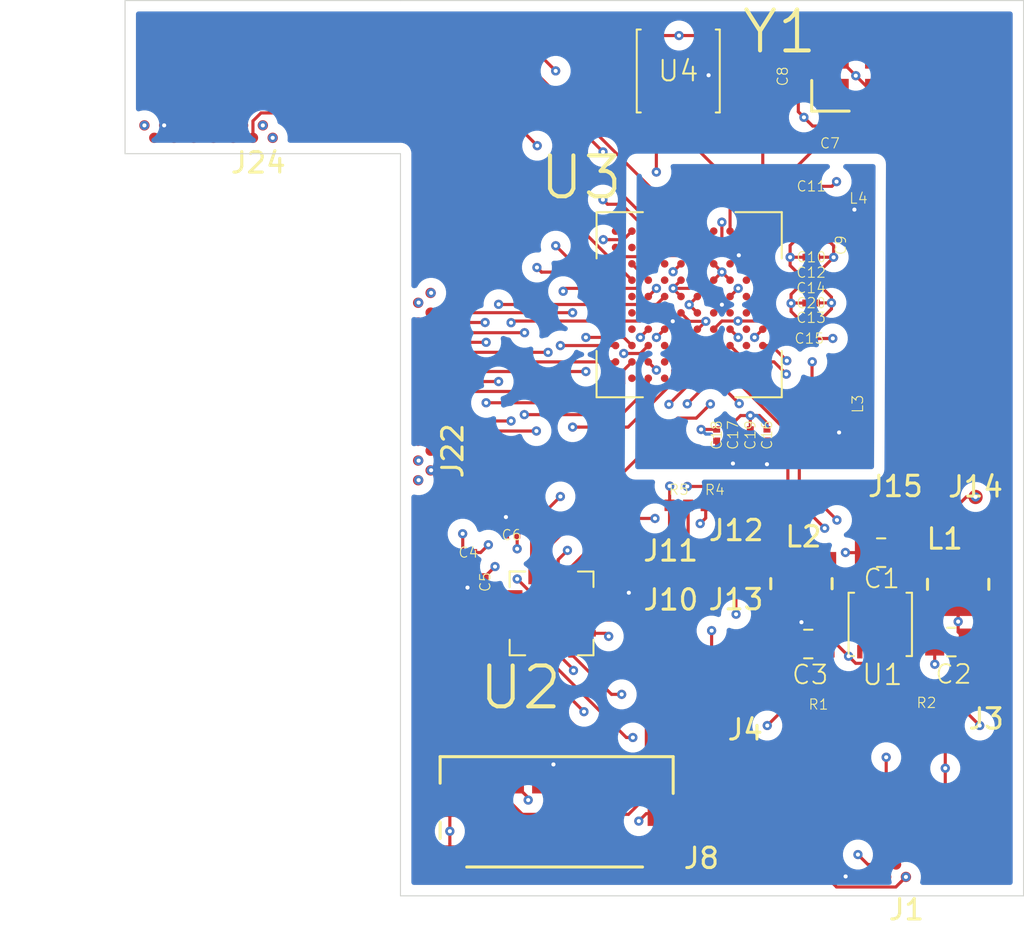
<source format=kicad_pcb>
(kicad_pcb (version 20171130) (host pcbnew "(5.1.0)-1")
  (layers (0 F.Cu signal) (1 In1.Cu power) (2 In2.Cu signal) (3 In3.Cu signal) (4 In4.Cu power) (31 B.Cu signal) (34 B.Paste user) (35 F.Paste user hide) (36 B.SilkS user hide) (37 F.SilkS user) (38 B.Mask user hide) (39 F.Mask user hide) (44 Edge.Cuts user))
  (net 0 "")
  (net 1 Earth)
  (net 2 +3V3)
  (net 3 +1V8)
  (net 4 +BATT)
  (net 5 /MCU/XOUT)
  (net 6 /MCU/XIN)
  (net 7 /MCU/VDDUTMIC)
  (net 8 /MCU/VDDPLL)
  (net 9 +1V2)
  (net 10 "/SD Card/DAT2")
  (net 11 "/SD Card/DAT3")
  (net 12 "/SD Card/DAT0")
  (net 13 "/SD Card/DAT1")
  (net 14 /MCU/SD2)
  (net 15 /MCU/SD3)
  (net 16 /MCU/SD0)
  (net 17 /MCU/IR_Receiver)
  (net 18 /MCU/SD1)
  (net 19 /Connectors/SWDIO)
  (net 20 /Connectors/SWDCLK)
  (net 21 /MCU/SDCardCLKA)
  (net 22 /MCU/SDCardCMDA)
  (net 23 "/CMOS Imaging Sensor Connectors/img_d6")
  (net 24 "/CMOS Imaging Sensor Connectors/img_d4")
  (net 25 "/CMOS Imaging Sensor Connectors/MISO")
  (net 26 "/CMOS Imaging Sensor Connectors/img_d3")
  (net 27 "/CMOS Imaging Sensor Connectors/img_d5")
  (net 28 "/CMOS Imaging Sensor Connectors/SCK")
  (net 29 "/CMOS Imaging Sensor Connectors/CLK_OUT")
  (net 30 "/CMOS Imaging Sensor Connectors/LINE_VALID")
  (net 31 "/CMOS Imaging Sensor Connectors/img_d1")
  (net 32 "/CMOS Imaging Sensor Connectors/img_d2")
  (net 33 "/CMOS Imaging Sensor Connectors/FRAME_VALID")
  (net 34 "/CMOS Imaging Sensor Connectors/MOSI")
  (net 35 "/CMOS Imaging Sensor Connectors/SS_N")
  (net 36 "/CMOS Imaging Sensor Connectors/RESET_N")
  (net 37 "/CMOS Imaging Sensor Connectors/img_d7")
  (net 38 "/CMOS Imaging Sensor Connectors/MONITOR0")
  (net 39 "/CMOS Imaging Sensor Connectors/img_d0")
  (net 40 "/CMOS Imaging Sensor Connectors/TRIGGER0")
  (net 41 /MCU/test8)
  (net 42 /MCU/test7)
  (net 43 /MCU/test6)
  (net 44 /MCU/test5)
  (net 45 /MCU/test4)
  (net 46 /MCU/test3)
  (net 47 /MCU/test2)
  (net 48 /MCU/test1)
  (net 49 "/CMOS Imaging Sensor Connectors/img_d9")
  (net 50 "/CMOS Imaging Sensor Connectors/img_d8")
  (net 51 "Net-(U3-PadK7)")
  (net 52 "Net-(U3-PadK6)")
  (net 53 "Net-(U3-PadK5)")
  (net 54 "Net-(U3-PadK4)")
  (net 55 "Net-(U3-PadK2)")
  (net 56 "Net-(U3-PadK1)")
  (net 57 "Net-(U3-PadJ10)")
  (net 58 "Net-(U3-PadJ7)")
  (net 59 "Net-(U3-PadJ6)")
  (net 60 "Net-(U3-PadJ5)")
  (net 61 "Net-(U3-PadJ2)")
  (net 62 "Net-(U3-PadH4)")
  (net 63 "Net-(U3-PadH2)")
  (net 64 "Net-(U3-PadG9)")
  (net 65 "Net-(U3-PadG4)")
  (net 66 "Net-(U3-PadG3)")
  (net 67 "Net-(U3-PadF10)")
  (net 68 "Net-(U3-PadF7)")
  (net 69 "Net-(U3-PadF2)")
  (net 70 "Net-(U3-PadF1)")
  (net 71 "Net-(U3-PadE10)")
  (net 72 "Net-(U3-PadE8)")
  (net 73 "Net-(U3-PadE3)")
  (net 74 "Net-(U3-PadE1)")
  (net 75 "Net-(U3-PadD10)")
  (net 76 "Net-(U3-PadD9)")
  (net 77 "Net-(U3-PadD5)")
  (net 78 "Net-(U3-PadD1)")
  (net 79 "Net-(U3-PadC10)")
  (net 80 "Net-(U3-PadC9)")
  (net 81 "Net-(U3-PadB10)")
  (net 82 "Net-(U3-PadB8)")
  (net 83 "Net-(U3-PadB2)")
  (net 84 "Net-(U3-PadB1)")
  (net 85 "Net-(U3-PadA10)")
  (net 86 /Connectors/SCL)
  (net 87 /Connectors/SDA)
  (net 88 /MCU/PWMC0)
  (net 89 /Connectors/LED_ENT)
  (net 90 "Net-(U3-PadG1)")
  (net 91 "Net-(J8-PadP5)")
  (net 92 "Net-(J8-PadP3)")
  (net 93 "Net-(J8-PadG4)")
  (net 94 "Net-(J8-PadG5)")
  (net 95 "/CMOS Imaging Sensor Connectors/I2C_SDA1")
  (net 96 "/CMOS Imaging Sensor Connectors/I2C_SCL1")
  (net 97 "/CMOS Imaging Sensor Connectors/Status_LED")
  (net 98 "/CMOS Imaging Sensor Connectors/I2C_SCL2")
  (net 99 "/CMOS Imaging Sensor Connectors/I2C_SDA2")
  (net 100 "Net-(L1-Pad1)")
  (net 101 "Net-(L2-Pad1)")
  (net 102 /MCU/Status_LED)
  (net 103 "Net-(U3-PadG10)")
  (module .Capacitor:C_0201_0603Metric_L (layer F.Cu) (at 147.08564 103.60406 180)
    (fp_text reference C14)
    (fp_text value GRM033R61A104ME15D)
    (fp_text user %R (at 0 0 180) (layer F.SilkS) (effects (font (size 0.5 0.5) (thickness 0.05))))
    (pad 2 smd rect (at 0.275 0 180) (size 0.31 0.34) (layers F.Cu F.Paste F.Mask) (net 1 Earth))
    (pad 1 smd rect (at -0.275 0 180) (size 0.31 0.34) (layers F.Cu F.Paste F.Mask) (net 3 +1V8))
  )
  (module .Capacitor:C_0201_0603Metric_L (layer F.Cu) (at 144.92732 110.79666 90)
    (fp_text reference C16)
    (fp_text value GRM033R61A104ME15D)
    (fp_text user %R (at 0 0 90) (layer F.SilkS) (effects (font (size 0.5 0.5) (thickness 0.05))))
    (pad 2 smd rect (at 0.275 0 90) (size 0.31 0.34) (layers F.Cu F.Paste F.Mask) (net 1 Earth))
    (pad 1 smd rect (at -0.275 0 90) (size 0.31 0.34) (layers F.Cu F.Paste F.Mask) (net 9 +1V2))
  )
  (module .Capacitor:C_0201_0603Metric_L (layer F.Cu) (at 144.11198 110.79988 90)
    (fp_text reference C19)
    (fp_text value GRM033R61A104ME15D)
    (fp_text user %R (at 0 0 90) (layer F.SilkS) (effects (font (size 0.5 0.5) (thickness 0.05))))
    (pad 2 smd rect (at 0.275 0 90) (size 0.31 0.34) (layers F.Cu F.Paste F.Mask) (net 1 Earth))
    (pad 1 smd rect (at -0.275 0 90) (size 0.31 0.34) (layers F.Cu F.Paste F.Mask) (net 9 +1V2))
  )
  (module .Capacitor:C_0201_0603Metric_L (layer F.Cu) (at 147.08818 104.33812 180)
    (fp_text reference C20)
    (fp_text value GRM033R61A104ME15D)
    (fp_text user %R (at 0 0 180) (layer F.SilkS) (effects (font (size 0.5 0.5) (thickness 0.05))))
    (pad 2 smd rect (at 0.275 0 180) (size 0.31 0.34) (layers F.Cu F.Paste F.Mask) (net 1 Earth))
    (pad 1 smd rect (at -0.275 0 180) (size 0.31 0.34) (layers F.Cu F.Paste F.Mask) (net 3 +1V8))
  )
  (module .Capacitor:C_0201_0603Metric_L (layer F.Cu) (at 146.99742 106.07294)
    (fp_text reference C15)
    (fp_text value GRM033R61A104ME15D)
    (fp_text user %R (at 0 0) (layer F.SilkS) (effects (font (size 0.5 0.5) (thickness 0.05))))
    (pad 2 smd rect (at 0.275 0) (size 0.31 0.34) (layers F.Cu F.Paste F.Mask) (net 1 Earth))
    (pad 1 smd rect (at -0.275 0) (size 0.31 0.34) (layers F.Cu F.Paste F.Mask) (net 8 /MCU/VDDPLL))
  )
  (module .Capacitor:C_0201_0603Metric_L (layer F.Cu) (at 142.46606 110.79988 90)
    (fp_text reference C18)
    (fp_text value GRM033R60J105MEA2D)
    (fp_text user %R (at 0 0 90) (layer F.SilkS) (effects (font (size 0.5 0.5) (thickness 0.05))))
    (pad 2 smd rect (at 0.275 0 90) (size 0.31 0.34) (layers F.Cu F.Paste F.Mask) (net 1 Earth))
    (pad 1 smd rect (at -0.275 0 90) (size 0.31 0.34) (layers F.Cu F.Paste F.Mask) (net 9 +1V2))
  )
  (module .Capacitor:C_0201_0603Metric_L (layer F.Cu) (at 147.09902 98.62566)
    (fp_text reference C11)
    (fp_text value GRM033R61A104ME15D)
    (fp_text user %R (at 0 0) (layer F.SilkS) (effects (font (size 0.5 0.5) (thickness 0.05))))
    (pad 2 smd rect (at 0.275 0) (size 0.31 0.34) (layers F.Cu F.Paste F.Mask) (net 1 Earth))
    (pad 1 smd rect (at -0.275 0) (size 0.31 0.34) (layers F.Cu F.Paste F.Mask) (net 7 /MCU/VDDUTMIC))
  )
  (module .Capacitor:C_0201_0603Metric_L (layer F.Cu) (at 147.09648 102.0953 180)
    (fp_text reference C10)
    (fp_text value GRM033R61A104ME15D)
    (fp_text user %R (at 0 0 180) (layer F.SilkS) (effects (font (size 0.5 0.5) (thickness 0.05))))
    (pad 2 smd rect (at 0.275 0 180) (size 0.31 0.34) (layers F.Cu F.Paste F.Mask) (net 1 Earth))
    (pad 1 smd rect (at -0.275 0 180) (size 0.31 0.34) (layers F.Cu F.Paste F.Mask) (net 3 +1V8))
  )
  (module .Capacitor:C_0201_0603Metric_L (layer F.Cu) (at 147.0914 102.84714 180)
    (fp_text reference C12)
    (fp_text value GRM033R61A104ME15D)
    (fp_text user %R (at 0 0 180) (layer F.SilkS) (effects (font (size 0.5 0.5) (thickness 0.05))))
    (pad 2 smd rect (at 0.275 0 180) (size 0.31 0.34) (layers F.Cu F.Paste F.Mask) (net 1 Earth))
    (pad 1 smd rect (at -0.275 0 180) (size 0.31 0.34) (layers F.Cu F.Paste F.Mask) (net 3 +1V8))
  )
  (module .Capacitor:C_0201_0603Metric_L (layer F.Cu) (at 147.087 105.05694 180)
    (fp_text reference C13)
    (fp_text value GRM033R61A104ME15D)
    (fp_text user %R (at 0 0 180) (layer F.SilkS) (effects (font (size 0.5 0.5) (thickness 0.05))))
    (pad 2 smd rect (at 0.275 0 180) (size 0.31 0.34) (layers F.Cu F.Paste F.Mask) (net 1 Earth))
    (pad 1 smd rect (at -0.275 0 180) (size 0.31 0.34) (layers F.Cu F.Paste F.Mask) (net 3 +1V8))
  )
  (module .Capacitor:C_0201_0603Metric_L (layer F.Cu) (at 143.26362 110.79988 90)
    (fp_text reference C17)
    (fp_text value GRM033R61A104ME15D)
    (fp_text user %R (at 0 0 90) (layer F.SilkS) (effects (font (size 0.5 0.5) (thickness 0.05))))
    (pad 2 smd rect (at 0.275 0 90) (size 0.31 0.34) (layers F.Cu F.Paste F.Mask) (net 1 Earth))
    (pad 1 smd rect (at -0.275 0 90) (size 0.31 0.34) (layers F.Cu F.Paste F.Mask) (net 9 +1V2))
  )
  (module .Package_SON:SON_4_P300_395X395X90L55X35L (layer F.Cu) (at 140.589 92.98178)
    (fp_text reference U4 (at 0 0) (layer F.SilkS) (effects (font (thickness 0.1))))
    (fp_text value TSOP57438TT1)
    (pad 8 smd rect (at -1.5 -1.735 90) (size 0.81 0.37) (layers F.Cu F.Paste F.Mask) (net 1 Earth))
    (pad 6 smd rect (at 1.5 -1.735 90) (size 0.81 0.37) (layers F.Cu F.Paste F.Mask) (net 1 Earth))
    (pad 5 smd rect (at 1.5 1.735 90) (size 0.81 0.37) (layers F.Cu F.Paste F.Mask) (net 2 +3V3))
    (pad 1 smd rect (at -1.5 1.735 90) (size 0.81 0.37) (layers F.Cu F.Paste F.Mask) (net 17 /MCU/IR_Receiver))
  )
  (module .Connector:Conn_1x1_700_Circular_Pad (layer F.Cu) (at 151.21 113.81 180)
    (fp_text reference J15 (at 0 0.5 180) (layer F.SilkS))
    (fp_text value Conn_01x01)
    (pad 1 smd circle (at 0 0 180) (size 0.7 0.7) (layers F.Cu F.Paste F.Mask) (net 1 Earth))
  )
  (module .Connector:Conn_1x1_700_Circular_Pad (layer F.Cu) (at 155.13 113.83 180)
    (fp_text reference J14 (at 0 0.5 180) (layer F.SilkS))
    (fp_text value Conn_01x01)
    (pad 1 smd circle (at 0 0 180) (size 0.7 0.7) (layers F.Cu F.Paste F.Mask) (net 4 +BATT))
  )
  (module .Connector:Conn_1x1_700_Circular_Pad (layer F.Cu) (at 143.41 118.35)
    (fp_text reference J13 (at 0 0.5) (layer F.SilkS))
    (fp_text value Conn_01x01)
    (pad 1 smd circle (at 0 0) (size 0.7 0.7) (layers F.Cu F.Paste F.Mask) (net 1 Earth))
  )
  (module .Connector:Conn_1x1_700_Circular_Pad (layer F.Cu) (at 143.42364 115.96624 180)
    (fp_text reference J12 (at 0 0.5 180) (layer F.SilkS))
    (fp_text value Conn_01x01)
    (pad 1 smd circle (at 0 0 180) (size 0.7 0.7) (layers F.Cu F.Paste F.Mask) (net 20 /Connectors/SWDCLK))
  )
  (module .Connector:Conn_1x1_700_Circular_Pad (layer F.Cu) (at 140.21816 115.96624)
    (fp_text reference J11 (at 0 0.5) (layer F.SilkS))
    (fp_text value Conn_01x01)
    (pad 1 smd circle (at 0 0) (size 0.7 0.7) (layers F.Cu F.Paste F.Mask) (net 19 /Connectors/SWDIO))
  )
  (module .Connector:Conn_1x1_700_Circular_Pad (layer F.Cu) (at 140.22832 118.364)
    (fp_text reference J10 (at 0 0.5) (layer F.SilkS))
    (fp_text value Conn_01x01)
    (pad 1 smd circle (at 0 0) (size 0.7 0.7) (layers F.Cu F.Paste F.Mask) (net 3 +1V8))
  )
  (module .Connector:B2B_Flex_05_Dual_Row_38milx24mil_Pad_20mil_copy (layer F.Cu) (at 151.72436 132.42544 180)
    (fp_text reference J1 (at -0.0254 -1.6002 180) (layer F.SilkS))
    (fp_text value Conn_01x05)
    (pad 1 smd circle (at 0 0 180) (size 0.508 0.508) (layers F.Cu F.Paste F.Mask) (net 89 /Connectors/LED_ENT))
    (pad 2 smd circle (at 0.482599 0.6096 180) (size 0.508 0.508) (layers F.Cu F.Paste F.Mask) (net 86 /Connectors/SCL))
    (pad 3 smd circle (at 0.965199 0 180) (size 0.508 0.508) (layers F.Cu F.Paste F.Mask) (net 87 /Connectors/SDA))
    (pad 4 smd circle (at 1.447798 0.6096 180) (size 0.508 0.508) (layers F.Cu F.Paste F.Mask) (net 1 Earth))
    (pad 5 smd circle (at 1.930398 0 180) (size 0.508 0.508) (layers F.Cu F.Paste F.Mask) (net 2 +3V3))
  )
  (module .Capacitor:C_0201_0603Metric_L (layer F.Cu) (at 132.43374 115.69192)
    (fp_text reference C6)
    (fp_text value GRM033R61A104ME15D)
    (fp_text user %R (at 0 0) (layer F.SilkS) (effects (font (size 0.5 0.5) (thickness 0.05))))
    (pad 2 smd rect (at 0.275 0) (size 0.31 0.34) (layers F.Cu F.Paste F.Mask) (net 1 Earth))
    (pad 1 smd rect (at -0.275 0) (size 0.31 0.34) (layers F.Cu F.Paste F.Mask) (net 2 +3V3))
  )
  (module .Capacitor:C_0201_0603Metric_L (layer F.Cu) (at 131.14274 117.99316 90)
    (fp_text reference C5)
    (fp_text value GRM033R61A104ME15D)
    (fp_text user %R (at 0 0 90) (layer F.SilkS) (effects (font (size 0.5 0.5) (thickness 0.05))))
    (pad 2 smd rect (at 0.275 0 90) (size 0.31 0.34) (layers F.Cu F.Paste F.Mask) (net 1 Earth))
    (pad 1 smd rect (at -0.275 0 90) (size 0.31 0.34) (layers F.Cu F.Paste F.Mask) (net 2 +3V3))
  )
  (module .Capacitor:C_0201_0603Metric_L (layer F.Cu) (at 130.32164 116.5479)
    (fp_text reference C4)
    (fp_text value GRM033R61A104ME15D)
    (fp_text user %R (at 0 0) (layer F.SilkS) (effects (font (size 0.5 0.5) (thickness 0.05))))
    (pad 2 smd rect (at 0.275 0) (size 0.31 0.34) (layers F.Cu F.Paste F.Mask) (net 1 Earth))
    (pad 1 smd rect (at -0.275 0) (size 0.31 0.34) (layers F.Cu F.Paste F.Mask) (net 3 +1V8))
  )
  (module .Package_BGA:BGA_100_CP80_10X10_900X900X110B40L (layer F.Cu) (at 141.1224 104.4194 270)
    (fp_text reference U3)
    (fp_text value ATSAME70N21A-CN)
    (fp_text user %R (at -6.223 5.2832) (layer F.SilkS) (effects (font (size 2 2) (thickness 0.2))))
    (pad A1 smd circle (at -3.6 -3.6 270) (size 0.37 0.37) (layers F.Cu F.Paste F.Mask) (net 6 /MCU/XIN))
    (pad A2 smd circle (at -2.8 -3.6 270) (size 0.37 0.37) (layers F.Cu F.Paste F.Mask) (net 5 /MCU/XOUT))
    (pad A3 smd circle (at -2 -3.6 270) (size 0.37 0.37) (layers F.Cu F.Paste F.Mask) (net 48 /MCU/test1))
    (pad A4 smd circle (at -1.2 -3.6 270) (size 0.37 0.37) (layers F.Cu F.Paste F.Mask) (net 46 /MCU/test3))
    (pad A5 smd circle (at -0.4 -3.6 270) (size 0.37 0.37) (layers F.Cu F.Paste F.Mask) (net 44 /MCU/test5))
    (pad A6 smd circle (at 0.4 -3.6 270) (size 0.37 0.37) (layers F.Cu F.Paste F.Mask) (net 42 /MCU/test7))
    (pad A7 smd circle (at 1.2 -3.6 270) (size 0.37 0.37) (layers F.Cu F.Paste F.Mask) (net 18 /MCU/SD1))
    (pad A8 smd circle (at 2 -3.6 270) (size 0.37 0.37) (layers F.Cu F.Paste F.Mask) (net 1 Earth))
    (pad A9 smd circle (at 2.8 -3.6 270) (size 0.37 0.37) (layers F.Cu F.Paste F.Mask) (net 22 /MCU/SDCardCMDA))
    (pad A10 smd circle (at 3.6 -3.6 270) (size 0.37 0.37) (layers F.Cu F.Paste F.Mask) (net 85 "Net-(U3-PadA10)"))
    (pad B1 smd circle (at -3.6 -2.8 270) (size 0.37 0.37) (layers F.Cu F.Paste F.Mask) (net 84 "Net-(U3-PadB1)"))
    (pad B2 smd circle (at -2.8 -2.8 270) (size 0.37 0.37) (layers F.Cu F.Paste F.Mask) (net 83 "Net-(U3-PadB2)"))
    (pad B3 smd circle (at -2 -2.8 270) (size 0.37 0.37) (layers F.Cu F.Paste F.Mask) (net 7 /MCU/VDDUTMIC))
    (pad B4 smd circle (at -1.2 -2.8 270) (size 0.37 0.37) (layers F.Cu F.Paste F.Mask) (net 47 /MCU/test2))
    (pad B5 smd circle (at -0.4 -2.8 270) (size 0.37 0.37) (layers F.Cu F.Paste F.Mask) (net 45 /MCU/test4))
    (pad B6 smd circle (at 0.4 -2.8 270) (size 0.37 0.37) (layers F.Cu F.Paste F.Mask) (net 43 /MCU/test6))
    (pad B7 smd circle (at 1.2 -2.8 270) (size 0.37 0.37) (layers F.Cu F.Paste F.Mask) (net 41 /MCU/test8))
    (pad B8 smd circle (at 2 -2.8 270) (size 0.37 0.37) (layers F.Cu F.Paste F.Mask) (net 82 "Net-(U3-PadB8)"))
    (pad B9 smd circle (at 2.8 -2.8 270) (size 0.37 0.37) (layers F.Cu F.Paste F.Mask) (net 87 /Connectors/SDA))
    (pad B10 smd circle (at 3.6 -2.8 270) (size 0.37 0.37) (layers F.Cu F.Paste F.Mask) (net 81 "Net-(U3-PadB10)"))
    (pad C1 smd circle (at -3.6 -2 270) (size 0.37 0.37) (layers F.Cu F.Paste F.Mask) (net 17 /MCU/IR_Receiver))
    (pad C2 smd circle (at -2.8 -2 270) (size 0.37 0.37) (layers F.Cu F.Paste F.Mask) (net 3 +1V8))
    (pad C3 smd circle (at -2 -2 270) (size 0.37 0.37) (layers F.Cu F.Paste F.Mask) (net 9 +1V2))
    (pad C4 smd circle (at -1.2 -2 270) (size 0.37 0.37) (layers F.Cu F.Paste F.Mask) (net 1 Earth))
    (pad C5 smd circle (at -0.4 -2 270) (size 0.37 0.37) (layers F.Cu F.Paste F.Mask) (net 3 +1V8))
    (pad C6 smd circle (at 0.4 -2 270) (size 0.37 0.37) (layers F.Cu F.Paste F.Mask) (net 9 +1V2))
    (pad C7 smd circle (at 1.2 -2 270) (size 0.37 0.37) (layers F.Cu F.Paste F.Mask) (net 16 /MCU/SD0))
    (pad C8 smd circle (at 2 -2 270) (size 0.37 0.37) (layers F.Cu F.Paste F.Mask) (net 86 /Connectors/SCL))
    (pad C9 smd circle (at 2.8 -2 270) (size 0.37 0.37) (layers F.Cu F.Paste F.Mask) (net 80 "Net-(U3-PadC9)"))
    (pad C10 smd circle (at 3.6 -2 270) (size 0.37 0.37) (layers F.Cu F.Paste F.Mask) (net 79 "Net-(U3-PadC10)"))
    (pad D1 smd circle (at -3.6 -1.2 270) (size 0.37 0.37) (layers F.Cu F.Paste F.Mask) (net 78 "Net-(U3-PadD1)"))
    (pad D2 smd circle (at -2.8 -1.2 270) (size 0.37 0.37) (layers F.Cu F.Paste F.Mask) (net 102 /MCU/Status_LED))
    (pad D3 smd circle (at -2 -1.2 270) (size 0.37 0.37) (layers F.Cu F.Paste F.Mask) (net 1 Earth))
    (pad D4 smd circle (at -1.2 -1.2 270) (size 0.37 0.37) (layers F.Cu F.Paste F.Mask) (net 1 Earth))
    (pad D5 smd circle (at -0.4 -1.2 270) (size 0.37 0.37) (layers F.Cu F.Paste F.Mask) (net 77 "Net-(U3-PadD5)"))
    (pad D6 smd circle (at 0.4 -1.2 270) (size 0.37 0.37) (layers F.Cu F.Paste F.Mask) (net 9 +1V2))
    (pad D7 smd circle (at 1.2 -1.2 270) (size 0.37 0.37) (layers F.Cu F.Paste F.Mask) (net 8 /MCU/VDDPLL))
    (pad D8 smd circle (at 2 -1.2 270) (size 0.37 0.37) (layers F.Cu F.Paste F.Mask) (net 88 /MCU/PWMC0))
    (pad D9 smd circle (at 2.8 -1.2 270) (size 0.37 0.37) (layers F.Cu F.Paste F.Mask) (net 76 "Net-(U3-PadD9)"))
    (pad D10 smd circle (at 3.6 -1.2 270) (size 0.37 0.37) (layers F.Cu F.Paste F.Mask) (net 75 "Net-(U3-PadD10)"))
    (pad E1 smd circle (at -3.6 -0.4 270) (size 0.37 0.37) (layers F.Cu F.Paste F.Mask) (net 74 "Net-(U3-PadE1)"))
    (pad E2 smd circle (at -2.8 -0.4 270) (size 0.37 0.37) (layers F.Cu F.Paste F.Mask) (net 36 "/CMOS Imaging Sensor Connectors/RESET_N"))
    (pad E3 smd circle (at -2 -0.4 270) (size 0.37 0.37) (layers F.Cu F.Paste F.Mask) (net 73 "Net-(U3-PadE3)"))
    (pad E4 smd circle (at -1.2 -0.4 270) (size 0.37 0.37) (layers F.Cu F.Paste F.Mask) (net 1 Earth))
    (pad E5 smd circle (at -0.4 -0.4 270) (size 0.37 0.37) (layers F.Cu F.Paste F.Mask) (net 3 +1V8))
    (pad E6 smd circle (at 0.4 -0.4 270) (size 0.37 0.37) (layers F.Cu F.Paste F.Mask) (net 3 +1V8))
    (pad E7 smd circle (at 1.2 -0.4 270) (size 0.37 0.37) (layers F.Cu F.Paste F.Mask) (net 1 Earth))
    (pad E8 smd circle (at 2 -0.4 270) (size 0.37 0.37) (layers F.Cu F.Paste F.Mask) (net 72 "Net-(U3-PadE8)"))
    (pad E9 smd circle (at 2.8 -0.4 270) (size 0.37 0.37) (layers F.Cu F.Paste F.Mask) (net 20 /Connectors/SWDCLK))
    (pad E10 smd circle (at 3.6 -0.4 270) (size 0.37 0.37) (layers F.Cu F.Paste F.Mask) (net 71 "Net-(U3-PadE10)"))
    (pad F1 smd circle (at -3.6 0.4 270) (size 0.37 0.37) (layers F.Cu F.Paste F.Mask) (net 70 "Net-(U3-PadF1)"))
    (pad F2 smd circle (at -2.8 0.4 270) (size 0.37 0.37) (layers F.Cu F.Paste F.Mask) (net 69 "Net-(U3-PadF2)"))
    (pad F3 smd circle (at -2 0.4 270) (size 0.37 0.37) (layers F.Cu F.Paste F.Mask) (net 3 +1V8))
    (pad F4 smd circle (at -1.2 0.4 270) (size 0.37 0.37) (layers F.Cu F.Paste F.Mask) (net 1 Earth))
    (pad F5 smd circle (at -0.4 0.4 270) (size 0.37 0.37) (layers F.Cu F.Paste F.Mask) (net 1 Earth))
    (pad F6 smd circle (at 0.4 0.4 270) (size 0.37 0.37) (layers F.Cu F.Paste F.Mask) (net 1 Earth))
    (pad F7 smd circle (at 1.2 0.4 270) (size 0.37 0.37) (layers F.Cu F.Paste F.Mask) (net 68 "Net-(U3-PadF7)"))
    (pad F8 smd circle (at 2 0.4 270) (size 0.37 0.37) (layers F.Cu F.Paste F.Mask) (net 89 /Connectors/LED_ENT))
    (pad F9 smd circle (at 2.8 0.4 270) (size 0.37 0.37) (layers F.Cu F.Paste F.Mask) (net 39 "/CMOS Imaging Sensor Connectors/img_d0"))
    (pad F10 smd circle (at 3.6 0.4 270) (size 0.37 0.37) (layers F.Cu F.Paste F.Mask) (net 67 "Net-(U3-PadF10)"))
    (pad G1 smd circle (at -3.6 1.2 270) (size 0.37 0.37) (layers F.Cu F.Paste F.Mask) (net 90 "Net-(U3-PadG1)"))
    (pad G2 smd circle (at -2.8 1.2 270) (size 0.37 0.37) (layers F.Cu F.Paste F.Mask) (net 38 "/CMOS Imaging Sensor Connectors/MONITOR0"))
    (pad G3 smd circle (at -2 1.2 270) (size 0.37 0.37) (layers F.Cu F.Paste F.Mask) (net 66 "Net-(U3-PadG3)"))
    (pad G4 smd circle (at -1.2 1.2 270) (size 0.37 0.37) (layers F.Cu F.Paste F.Mask) (net 65 "Net-(U3-PadG4)"))
    (pad G5 smd circle (at -0.4 1.2 270) (size 0.37 0.37) (layers F.Cu F.Paste F.Mask) (net 37 "/CMOS Imaging Sensor Connectors/img_d7"))
    (pad G6 smd circle (at 0.4 1.2 270) (size 0.37 0.37) (layers F.Cu F.Paste F.Mask) (net 9 +1V2))
    (pad G7 smd circle (at 1.2 1.2 270) (size 0.37 0.37) (layers F.Cu F.Paste F.Mask) (net 3 +1V8))
    (pad G8 smd circle (at 2 1.2 270) (size 0.37 0.37) (layers F.Cu F.Paste F.Mask) (net 19 /Connectors/SWDIO))
    (pad G9 smd circle (at 2.8 1.2 270) (size 0.37 0.37) (layers F.Cu F.Paste F.Mask) (net 64 "Net-(U3-PadG9)"))
    (pad G10 smd circle (at 3.6 1.2 270) (size 0.37 0.37) (layers F.Cu F.Paste F.Mask) (net 103 "Net-(U3-PadG10)"))
    (pad H1 smd circle (at -3.6 2 270) (size 0.37 0.37) (layers F.Cu F.Paste F.Mask) (net 40 "/CMOS Imaging Sensor Connectors/TRIGGER0"))
    (pad H2 smd circle (at -2.8 2 270) (size 0.37 0.37) (layers F.Cu F.Paste F.Mask) (net 63 "Net-(U3-PadH2)"))
    (pad H3 smd circle (at -2 2 270) (size 0.37 0.37) (layers F.Cu F.Paste F.Mask) (net 35 "/CMOS Imaging Sensor Connectors/SS_N"))
    (pad H4 smd circle (at -1.2 2 270) (size 0.37 0.37) (layers F.Cu F.Paste F.Mask) (net 62 "Net-(U3-PadH4)"))
    (pad H5 smd circle (at -0.4 2 270) (size 0.37 0.37) (layers F.Cu F.Paste F.Mask) (net 34 "/CMOS Imaging Sensor Connectors/MOSI"))
    (pad H6 smd circle (at 0.4 2 270) (size 0.37 0.37) (layers F.Cu F.Paste F.Mask) (net 33 "/CMOS Imaging Sensor Connectors/FRAME_VALID"))
    (pad H7 smd circle (at 1.2 2 270) (size 0.37 0.37) (layers F.Cu F.Paste F.Mask) (net 21 /MCU/SDCardCLKA))
    (pad H8 smd circle (at 2 2 270) (size 0.37 0.37) (layers F.Cu F.Paste F.Mask) (net 15 /MCU/SD3))
    (pad H9 smd circle (at 2.8 2 270) (size 0.37 0.37) (layers F.Cu F.Paste F.Mask) (net 32 "/CMOS Imaging Sensor Connectors/img_d2"))
    (pad H10 smd circle (at 3.6 2 270) (size 0.37 0.37) (layers F.Cu F.Paste F.Mask) (net 31 "/CMOS Imaging Sensor Connectors/img_d1"))
    (pad J1 smd circle (at -3.6 2.8 270) (size 0.37 0.37) (layers F.Cu F.Paste F.Mask) (net 30 "/CMOS Imaging Sensor Connectors/LINE_VALID"))
    (pad J2 smd circle (at -2.8 2.8 270) (size 0.37 0.37) (layers F.Cu F.Paste F.Mask) (net 61 "Net-(U3-PadJ2)"))
    (pad J3 smd circle (at -2 2.8 270) (size 0.37 0.37) (layers F.Cu F.Paste F.Mask) (net 29 "/CMOS Imaging Sensor Connectors/CLK_OUT"))
    (pad J4 smd circle (at -1.2 2.8 270) (size 0.37 0.37) (layers F.Cu F.Paste F.Mask) (net 28 "/CMOS Imaging Sensor Connectors/SCK"))
    (pad J5 smd circle (at -0.4 2.8 270) (size 0.37 0.37) (layers F.Cu F.Paste F.Mask) (net 60 "Net-(U3-PadJ5)"))
    (pad J6 smd circle (at 0.4 2.8 270) (size 0.37 0.37) (layers F.Cu F.Paste F.Mask) (net 59 "Net-(U3-PadJ6)"))
    (pad J7 smd circle (at 1.2 2.8 270) (size 0.37 0.37) (layers F.Cu F.Paste F.Mask) (net 58 "Net-(U3-PadJ7)"))
    (pad J8 smd circle (at 2 2.8 270) (size 0.37 0.37) (layers F.Cu F.Paste F.Mask) (net 27 "/CMOS Imaging Sensor Connectors/img_d5"))
    (pad J9 smd circle (at 2.8 2.8 270) (size 0.37 0.37) (layers F.Cu F.Paste F.Mask) (net 26 "/CMOS Imaging Sensor Connectors/img_d3"))
    (pad J10 smd circle (at 3.6 2.8 270) (size 0.37 0.37) (layers F.Cu F.Paste F.Mask) (net 57 "Net-(U3-PadJ10)"))
    (pad K1 smd circle (at -3.6 3.6 270) (size 0.37 0.37) (layers F.Cu F.Paste F.Mask) (net 56 "Net-(U3-PadK1)"))
    (pad K2 smd circle (at -2.8 3.6 270) (size 0.37 0.37) (layers F.Cu F.Paste F.Mask) (net 55 "Net-(U3-PadK2)"))
    (pad K3 smd circle (at -2 3.6 270) (size 0.37 0.37) (layers F.Cu F.Paste F.Mask) (net 25 "/CMOS Imaging Sensor Connectors/MISO"))
    (pad K4 smd circle (at -1.2 3.6 270) (size 0.37 0.37) (layers F.Cu F.Paste F.Mask) (net 54 "Net-(U3-PadK4)"))
    (pad K5 smd circle (at -0.4 3.6 270) (size 0.37 0.37) (layers F.Cu F.Paste F.Mask) (net 53 "Net-(U3-PadK5)"))
    (pad K6 smd circle (at 0.4 3.6 270) (size 0.37 0.37) (layers F.Cu F.Paste F.Mask) (net 52 "Net-(U3-PadK6)"))
    (pad K7 smd circle (at 1.2 3.6 270) (size 0.37 0.37) (layers F.Cu F.Paste F.Mask) (net 51 "Net-(U3-PadK7)"))
    (pad K8 smd circle (at 2 3.6 270) (size 0.37 0.37) (layers F.Cu F.Paste F.Mask) (net 14 /MCU/SD2))
    (pad K9 smd circle (at 2.8 3.6 270) (size 0.37 0.37) (layers F.Cu F.Paste F.Mask) (net 24 "/CMOS Imaging Sensor Connectors/img_d4"))
    (pad K10 smd circle (at 3.6 3.6 270) (size 0.37 0.37) (layers F.Cu F.Paste F.Mask) (net 23 "/CMOS Imaging Sensor Connectors/img_d6"))
  )
  (module .Resistor:R_0402_1005Metric_ERJ_L (layer F.Cu) (at 154.10434 124.25426)
    (fp_text reference R2)
    (fp_text value 4.7k)
    (fp_text user %R (at -1.375 -0.35) (layer F.SilkS) (effects (font (size 0.5 0.5) (thickness 0.05))))
    (pad 1 smd rect (at -0.455 0) (size 0.49 0.56) (layers F.Cu F.Paste F.Mask) (net 86 /Connectors/SCL))
    (pad 2 smd rect (at 0.455 0) (size 0.49 0.56) (layers F.Cu F.Paste F.Mask) (net 3 +1V8))
  )
  (module .Resistor:R_0402_1005Metric_ERJ_L (layer F.Cu) (at 146.16176 124.26442 180)
    (fp_text reference R1)
    (fp_text value 4.7k)
    (fp_text user %R (at -1.285 0.28 180) (layer F.SilkS) (effects (font (size 0.5 0.5) (thickness 0.05))))
    (pad 2 smd rect (at 0.455 0 180) (size 0.49 0.56) (layers F.Cu F.Paste F.Mask) (net 3 +1V8))
    (pad 1 smd rect (at -0.455 0 180) (size 0.49 0.56) (layers F.Cu F.Paste F.Mask) (net 87 /Connectors/SDA))
  )
  (module .Inductor:L_0603_1608Metric_L (layer F.Cu) (at 147.68624 99.77628)
    (fp_text reference L4)
    (fp_text value BLM18PG471SN1D)
    (fp_text user %R (at 1.71656 -0.56388) (layer F.SilkS) (effects (font (size 0.52 0.52) (thickness 0.05))))
    (pad 1 smd rect (at -0.665 0) (size 0.89 0.92) (layers F.Cu F.Paste F.Mask) (net 7 /MCU/VDDUTMIC))
    (pad 2 smd rect (at 0.665 0) (size 0.89 0.92) (layers F.Cu F.Paste F.Mask) (net 9 +1V2))
  )
  (module .Connector:Conn_1x1_700_Circular_Pad (layer F.Cu) (at 143.764 123.9012)
    (fp_text reference J4 (at 0.1016 1.3208) (layer F.SilkS))
    (fp_text value Conn_01x01)
    (pad 1 smd circle (at 0 0) (size 0.7 0.7) (layers F.Cu F.Paste F.Mask) (net 2 +3V3))
  )
  (module .Connector:Conn_1x1_700_Circular_Pad (layer F.Cu) (at 156.1338 123.5964)
    (fp_text reference J3 (at -0.4826 1.0922) (layer F.SilkS))
    (fp_text value Conn_01x01)
    (pad 1 smd circle (at 0 0) (size 0.7 0.7) (layers F.Cu F.Paste F.Mask) (net 3 +1V8))
  )
  (module .Package_QFN:QFN_17_P65_400X400X80L50X30T210L (layer F.Cu) (at 134.3914 119.5272 180)
    (fp_text reference U2)
    (fp_text value MAX13030EETE+)
    (fp_text user %R (at 1.5214 -3.6328) (layer F.SilkS) (effects (font (size 2 2) (thickness 0.2))))
    (pad 1 smd rect (at -0.975 1.795 270) (size 0.74 0.32) (layers F.Cu F.Paste F.Mask) (net 16 /MCU/SD0))
    (pad 2 smd rect (at -0.325 1.795 270) (size 0.74 0.32) (layers F.Cu F.Paste F.Mask) (net 3 +1V8))
    (pad 3 smd rect (at 0.325 1.795 270) (size 0.74 0.32) (layers F.Cu F.Paste F.Mask) (net 18 /MCU/SD1))
    (pad 4 smd rect (at 0.975 1.795 270) (size 0.74 0.32) (layers F.Cu F.Paste F.Mask) (net 14 /MCU/SD2))
    (pad 5 smd rect (at 1.795 0.975 180) (size 0.74 0.32) (layers F.Cu F.Paste F.Mask) (net 13 "/SD Card/DAT1"))
    (pad 6 smd rect (at 1.795 0.325 180) (size 0.74 0.32) (layers F.Cu F.Paste F.Mask) (net 10 "/SD Card/DAT2"))
    (pad 7 smd rect (at 1.795 -0.325 180) (size 0.74 0.32) (layers F.Cu F.Paste F.Mask) (net 11 "/SD Card/DAT3"))
    (pad 8 smd rect (at 1.795 -0.975 180) (size 0.74 0.32) (layers F.Cu F.Paste F.Mask) (net 92 "Net-(J8-PadP3)"))
    (pad 9 smd rect (at 0.975 -1.795 270) (size 0.74 0.32) (layers F.Cu F.Paste F.Mask) (net 15 /MCU/SD3))
    (pad 10 smd rect (at 0.325 -1.795 270) (size 0.74 0.32) (layers F.Cu F.Paste F.Mask) (net 22 /MCU/SDCardCMDA))
    (pad 11 smd rect (at -0.325 -1.795 270) (size 0.74 0.32) (layers F.Cu F.Paste F.Mask) (net 3 +1V8))
    (pad 12 smd rect (at -0.975 -1.795 270) (size 0.74 0.32) (layers F.Cu F.Paste F.Mask) (net 21 /MCU/SDCardCLKA))
    (pad 13 smd rect (at -1.795 -0.975 180) (size 0.74 0.32) (layers F.Cu F.Paste F.Mask) (net 1 Earth))
    (pad 14 smd rect (at -1.795 -0.325 180) (size 0.74 0.32) (layers F.Cu F.Paste F.Mask) (net 91 "Net-(J8-PadP5)"))
    (pad 15 smd rect (at -1.795 0.325 180) (size 0.74 0.32) (layers F.Cu F.Paste F.Mask) (net 12 "/SD Card/DAT0"))
    (pad 16 smd rect (at -1.795 0.975 180) (size 0.74 0.32) (layers F.Cu F.Paste F.Mask) (net 2 +3V3))
    (pad 17 smd rect (at 0.475 0.475 180) (size 1.05 1.05) (layers F.Cu F.Paste F.Mask) (net 1 Earth))
    (pad 17 smd rect (at 0.475 -0.475 180) (size 1.05 1.05) (layers F.Cu F.Paste F.Mask) (net 1 Earth))
    (pad 17 smd rect (at -0.475 0.475 180) (size 1.05 1.05) (layers F.Cu F.Paste F.Mask) (net 1 Earth))
    (pad 17 smd rect (at -0.475 -0.475 180) (size 1.05 1.05) (layers F.Cu F.Paste F.Mask) (net 1 Earth))
  )
  (module .Connector:0475710001 (layer F.Cu) (at 134.3406 127.8382)
    (fp_text reference J8 (at 7.3794 3.6718) (layer F.SilkS))
    (fp_text value 0475710001)
    (pad G2 smd rect (at -4.925 3.64) (size 1.15 1.2) (layers F.Cu F.Paste F.Mask) (net 1 Earth))
    (pad G1 smd rect (at -4.925 1.05) (size 1.15 1.2) (layers F.Cu F.Paste F.Mask) (net 1 Earth))
    (pad P8 smd rect (at -3.85 0) (size 0.7 1) (layers F.Cu F.Paste F.Mask) (net 13 "/SD Card/DAT1"))
    (pad P5 smd rect (at -0.55 0) (size 0.7 1) (layers F.Cu F.Paste F.Mask) (net 91 "Net-(J8-PadP5)"))
    (pad P4 smd rect (at 0.55 0) (size 0.7 1) (layers F.Cu F.Paste F.Mask) (net 2 +3V3))
    (pad P3 smd rect (at 1.65 0) (size 0.7 1) (layers F.Cu F.Paste F.Mask) (net 92 "Net-(J8-PadP3)"))
    (pad P6 smd rect (at -1.65 0) (size 0.7 1) (layers F.Cu F.Paste F.Mask) (net 1 Earth))
    (pad P7 smd rect (at -2.75 0) (size 0.7 1) (layers F.Cu F.Paste F.Mask) (net 12 "/SD Card/DAT0"))
    (pad P2 smd rect (at 2.75 0) (size 0.7 1) (layers F.Cu F.Paste F.Mask) (net 11 "/SD Card/DAT3"))
    (pad P1 smd rect (at 3.85 0) (size 0.7 1) (layers F.Cu F.Paste F.Mask) (net 10 "/SD Card/DAT2"))
    (pad G3 smd rect (at 5.475 1.49) (size 1.45 1.2) (layers F.Cu F.Paste F.Mask) (net 1 Earth))
    (pad G4 smd rect (at 5.7 2.64) (size 1 0.7) (layers F.Cu F.Paste F.Mask) (net 93 "Net-(J8-PadG4)"))
    (pad G5 smd rect (at 5.5 3.79) (size 1.4 0.9) (layers F.Cu F.Paste F.Mask) (net 94 "Net-(J8-PadG5)"))
  )
  (module .Inductor:VLS3012HBX-2R2M (layer F.Cu) (at 154.2796 118.10336 270)
    (fp_text reference L1 (at -2.22336 0.6596 180) (layer F.SilkS))
    (fp_text value VLS3012HBX-2R2M)
    (pad 1 smd rect (at -1.05 0 270) (size 1 3.4) (layers F.Cu F.Paste F.Mask) (net 100 "Net-(L1-Pad1)"))
    (pad 2 smd rect (at 1.05 0 270) (size 1 3.4) (layers F.Cu F.Paste F.Mask) (net 3 +1V8))
  )
  (module .Capacitor:C_0402_1005Metric_L (layer F.Cu) (at 148.40712 95.67672 180)
    (fp_text reference C7)
    (fp_text value GRM1555C1H120JA01D)
    (fp_text user %R (at 0.40132 -0.84328 180) (layer F.SilkS) (effects (font (size 0.5 0.5) (thickness 0.05))))
    (pad 1 smd rect (at -0.445 0 180) (size 0.58 0.63) (layers F.Cu F.Paste F.Mask) (net 5 /MCU/XOUT))
    (pad 2 smd rect (at 0.445 0 180) (size 0.58 0.63) (layers F.Cu F.Paste F.Mask) (net 1 Earth))
  )
  (module .Connector:B2B_Flex_20_Dual_Row_38milx24mil_Pad_20mil (layer F.Cu) (at 128.47606 103.84266 270)
    (fp_text reference J22 (at 7.72939 -1.0804 270) (layer F.SilkS))
    (fp_text value Conn_01x20)
    (pad 20 smd circle (at 9.16939 0.6096 270) (size 0.508 0.508) (layers F.Cu F.Paste F.Mask) (net 1 Earth))
    (pad 19 smd circle (at 8.686791 0 270) (size 0.508 0.508) (layers F.Cu F.Paste F.Mask) (net 2 +3V3))
    (pad 18 smd circle (at 8.204191 0.6096 270) (size 0.508 0.508) (layers F.Cu F.Paste F.Mask) (net 4 +BATT))
    (pad 17 smd circle (at 7.721592 0 270) (size 0.508 0.508) (layers F.Cu F.Paste F.Mask) (net 96 "/CMOS Imaging Sensor Connectors/I2C_SCL1"))
    (pad 16 smd circle (at 7.238992 0.6096 270) (size 0.508 0.508) (layers F.Cu F.Paste F.Mask) (net 95 "/CMOS Imaging Sensor Connectors/I2C_SDA1"))
    (pad 15 smd circle (at 6.756393 0 270) (size 0.508 0.508) (layers F.Cu F.Paste F.Mask) (net 30 "/CMOS Imaging Sensor Connectors/LINE_VALID"))
    (pad 14 smd circle (at 6.273793 0.6096 270) (size 0.508 0.508) (layers F.Cu F.Paste F.Mask) (net 33 "/CMOS Imaging Sensor Connectors/FRAME_VALID"))
    (pad 13 smd circle (at 5.791194 0 270) (size 0.508 0.508) (layers F.Cu F.Paste F.Mask) (net 49 "/CMOS Imaging Sensor Connectors/img_d9"))
    (pad 12 smd circle (at 5.308594 0.6096 270) (size 0.508 0.508) (layers F.Cu F.Paste F.Mask) (net 50 "/CMOS Imaging Sensor Connectors/img_d8"))
    (pad 11 smd circle (at 4.825995 0 270) (size 0.508 0.508) (layers F.Cu F.Paste F.Mask) (net 23 "/CMOS Imaging Sensor Connectors/img_d6"))
    (pad 10 smd circle (at 4.343395 0.6096 270) (size 0.508 0.508) (layers F.Cu F.Paste F.Mask) (net 37 "/CMOS Imaging Sensor Connectors/img_d7"))
    (pad 9 smd circle (at 3.860796 0 270) (size 0.508 0.508) (layers F.Cu F.Paste F.Mask) (net 27 "/CMOS Imaging Sensor Connectors/img_d5"))
    (pad 8 smd circle (at 3.378196 0.6096 270) (size 0.508 0.508) (layers F.Cu F.Paste F.Mask) (net 24 "/CMOS Imaging Sensor Connectors/img_d4"))
    (pad 7 smd circle (at 2.895597 0 270) (size 0.508 0.508) (layers F.Cu F.Paste F.Mask) (net 29 "/CMOS Imaging Sensor Connectors/CLK_OUT"))
    (pad 6 smd circle (at 2.412997 0.6096 270) (size 0.508 0.508) (layers F.Cu F.Paste F.Mask) (net 26 "/CMOS Imaging Sensor Connectors/img_d3"))
    (pad 5 smd circle (at 1.930398 0 270) (size 0.508 0.508) (layers F.Cu F.Paste F.Mask) (net 31 "/CMOS Imaging Sensor Connectors/img_d1"))
    (pad 4 smd circle (at 1.447798 0.6096 270) (size 0.508 0.508) (layers F.Cu F.Paste F.Mask) (net 32 "/CMOS Imaging Sensor Connectors/img_d2"))
    (pad 3 smd circle (at 0.965199 0 270) (size 0.508 0.508) (layers F.Cu F.Paste F.Mask) (net 39 "/CMOS Imaging Sensor Connectors/img_d0"))
    (pad 2 smd circle (at 0.482599 0.6096 270) (size 0.508 0.508) (layers F.Cu F.Paste F.Mask) (net 3 +1V8))
    (pad 1 smd circle (at 0 0 270) (size 0.508 0.508) (layers F.Cu F.Paste F.Mask) (net 1 Earth))
  )
  (module .Connector:B2B_Flex_14_Dual_Row_38milx24mil_Pad_20mil (layer F.Cu) (at 114.47606 95.64266)
    (fp_text reference J24 (at 5.570996 1.831) (layer F.SilkS))
    (fp_text value Conn_01x14)
    (pad 1 smd circle (at 0 0) (size 0.508 0.508) (layers F.Cu F.Paste F.Mask) (net 4 +BATT))
    (pad 2 smd circle (at 0.482599 0.6096) (size 0.508 0.508) (layers F.Cu F.Paste F.Mask) (net 97 "/CMOS Imaging Sensor Connectors/Status_LED"))
    (pad 3 smd circle (at 0.965199 0) (size 0.508 0.508) (layers F.Cu F.Paste F.Mask) (net 2 +3V3))
    (pad 4 smd circle (at 1.447798 0.6096) (size 0.508 0.508) (layers F.Cu F.Paste F.Mask) (net 34 "/CMOS Imaging Sensor Connectors/MOSI"))
    (pad 5 smd circle (at 1.930398 0) (size 0.508 0.508) (layers F.Cu F.Paste F.Mask) (net 25 "/CMOS Imaging Sensor Connectors/MISO"))
    (pad 6 smd circle (at 2.412997 0.6096) (size 0.508 0.508) (layers F.Cu F.Paste F.Mask) (net 38 "/CMOS Imaging Sensor Connectors/MONITOR0"))
    (pad 7 smd circle (at 2.895597 0) (size 0.508 0.508) (layers F.Cu F.Paste F.Mask) (net 40 "/CMOS Imaging Sensor Connectors/TRIGGER0"))
    (pad 8 smd circle (at 3.378196 0.6096) (size 0.508 0.508) (layers F.Cu F.Paste F.Mask) (net 36 "/CMOS Imaging Sensor Connectors/RESET_N"))
    (pad 9 smd circle (at 3.860796 0) (size 0.508 0.508) (layers F.Cu F.Paste F.Mask) (net 28 "/CMOS Imaging Sensor Connectors/SCK"))
    (pad 10 smd circle (at 4.343395 0.6096) (size 0.508 0.508) (layers F.Cu F.Paste F.Mask) (net 98 "/CMOS Imaging Sensor Connectors/I2C_SCL2"))
    (pad 11 smd circle (at 4.825995 0) (size 0.508 0.508) (layers F.Cu F.Paste F.Mask) (net 99 "/CMOS Imaging Sensor Connectors/I2C_SDA2"))
    (pad 12 smd circle (at 5.308594 0.6096) (size 0.508 0.508) (layers F.Cu F.Paste F.Mask) (net 35 "/CMOS Imaging Sensor Connectors/SS_N"))
    (pad 13 smd circle (at 5.791194 0) (size 0.508 0.508) (layers F.Cu F.Paste F.Mask) (net 3 +1V8))
    (pad 14 smd circle (at 6.273793 0.6096) (size 0.508 0.508) (layers F.Cu F.Paste F.Mask) (net 1 Earth))
  )
  (module .Package_SON:SON_10_P50_300X300X100L40X24L (layer F.Cu) (at 150.4696 120.0658)
    (fp_text reference U1 (at 0.1016 2.4638) (layer F.SilkS) (effects (font (thickness 0.1))))
    (fp_text value TPS62402-Q1)
    (pad 1 smd rect (at -1 1.335 90) (size 0.66 0.26) (layers F.Cu F.Paste F.Mask) (net 2 +3V3))
    (pad 2 smd rect (at -0.5 1.335 90) (size 0.66 0.26) (layers F.Cu F.Paste F.Mask) (net 1 Earth))
    (pad 3 smd rect (at 0 1.335 90) (size 0.66 0.26) (layers F.Cu F.Paste F.Mask) (net 4 +BATT))
    (pad 4 smd rect (at 0.5 1.335 90) (size 0.66 0.26) (layers F.Cu F.Paste F.Mask) (net 3 +1V8))
    (pad 5 smd rect (at 1 1.335 90) (size 0.66 0.26) (layers F.Cu F.Paste F.Mask) (net 4 +BATT))
    (pad 6 smd rect (at 1 -1.335 90) (size 0.66 0.26) (layers F.Cu F.Paste F.Mask) (net 100 "Net-(L1-Pad1)"))
    (pad 7 smd rect (at 0.5 -1.335 90) (size 0.66 0.26) (layers F.Cu F.Paste F.Mask) (net 4 +BATT))
    (pad 8 smd rect (at 0 -1.335 90) (size 0.66 0.26) (layers F.Cu F.Paste F.Mask) (net 1 Earth))
    (pad 9 smd rect (at -0.5 -1.335 90) (size 0.66 0.26) (layers F.Cu F.Paste F.Mask) (net 4 +BATT))
    (pad 10 smd rect (at -1 -1.335 90) (size 0.66 0.26) (layers F.Cu F.Paste F.Mask) (net 101 "Net-(L2-Pad1)"))
  )
  (module .Resistor:R_0402_1005Metric_ERJ_L (layer F.Cu) (at 140.6166 114.2365 180)
    (fp_text reference R5)
    (fp_text value 100k)
    (fp_text user %R (at 0.0022 0.762 180) (layer F.SilkS) (effects (font (size 0.5 0.5) (thickness 0.05))))
    (pad 1 smd rect (at -0.455 0 180) (size 0.49 0.56) (layers F.Cu F.Paste F.Mask) (net 3 +1V8))
    (pad 2 smd rect (at 0.455 0 180) (size 0.49 0.56) (layers F.Cu F.Paste F.Mask) (net 19 /Connectors/SWDIO))
  )
  (module .Resistor:R_0402_1005Metric_ERJ_L (layer F.Cu) (at 142.38512 114.24412)
    (fp_text reference R4)
    (fp_text value 100k)
    (fp_text user %R (at -0.00796 -0.762) (layer F.SilkS) (effects (font (size 0.5 0.5) (thickness 0.05))))
    (pad 1 smd rect (at -0.455 0) (size 0.49 0.56) (layers F.Cu F.Paste F.Mask) (net 3 +1V8))
    (pad 2 smd rect (at 0.455 0) (size 0.49 0.56) (layers F.Cu F.Paste F.Mask) (net 20 /Connectors/SWDCLK))
  )
  (module .Oscillator:OSCCC320X250X100L80X100 (layer F.Cu) (at 149.3266 93.1164)
    (fp_text reference Y1)
    (fp_text value ABM8G-12.000MHZ-4Y-T3)
    (fp_text user %R (at -3.7846 -2.0574 180) (layer F.SilkS) (effects (font (size 2 2) (thickness 0.2))))
    (pad 4 smd rect (at -1.1 -0.85 90) (size 1.2 1.4) (layers F.Cu F.Paste F.Mask) (net 1 Earth))
    (pad 3 smd rect (at 1.1 -0.85 90) (size 1.2 1.4) (layers F.Cu F.Paste F.Mask) (net 5 /MCU/XOUT))
    (pad 2 smd rect (at 1.1 0.85 90) (size 1.2 1.4) (layers F.Cu F.Paste F.Mask) (net 1 Earth))
    (pad 1 smd rect (at -1.1 0.85 90) (size 1.2 1.4) (layers F.Cu F.Paste F.Mask) (net 6 /MCU/XIN))
  )
  (module .Inductor:VLS3012HBX-2R2M (layer F.Cu) (at 146.61388 118.07288 270)
    (fp_text reference L2 (at -2.29968 -0.09652) (layer F.SilkS))
    (fp_text value VLS3012HBX-2R2M)
    (pad 1 smd rect (at -1.05 0 270) (size 1 3.4) (layers F.Cu F.Paste F.Mask) (net 101 "Net-(L2-Pad1)"))
    (pad 2 smd rect (at 1.05 0 270) (size 1 3.4) (layers F.Cu F.Paste F.Mask) (net 2 +3V3))
  )
  (module .Inductor:L_0603_1608Metric_L (layer F.Cu) (at 147.79704 109.37748 180)
    (fp_text reference L3)
    (fp_text value BLM18PG471SN1D)
    (fp_text user %R (at -1.5702 0.1016 270) (layer F.SilkS) (effects (font (size 0.52 0.52) (thickness 0.05))))
    (pad 1 smd rect (at -0.665 0 180) (size 0.89 0.92) (layers F.Cu F.Paste F.Mask) (net 9 +1V2))
    (pad 2 smd rect (at 0.665 0 180) (size 0.89 0.92) (layers F.Cu F.Paste F.Mask) (net 8 /MCU/VDDPLL))
  )
  (module .Capacitor:C_0805_2012Metric_L (layer F.Cu) (at 146.94916 121.02592)
    (fp_text reference C3)
    (fp_text value GRM21BR61C226ME44L)
    (fp_text user %R (at 0.09144 1.50368 180) (layer F.SilkS) (effects (font (size 0.92 0.92) (thickness 0.09))))
    (pad 1 smd rect (at -0.82 0) (size 0.93 1.32) (layers F.Cu F.Paste F.Mask) (net 2 +3V3))
    (pad 2 smd rect (at 0.82 0) (size 0.93 1.32) (layers F.Cu F.Paste F.Mask) (net 1 Earth))
  )
  (module .Capacitor:C_0805_2012Metric_L (layer F.Cu) (at 153.95236 120.9294 180)
    (fp_text reference C2)
    (fp_text value GRM21BR61C226ME44L)
    (fp_text user %R (at -0.09864 -1.5748 180) (layer F.SilkS) (effects (font (size 0.92 0.92) (thickness 0.09))))
    (pad 1 smd rect (at -0.82 0 180) (size 0.93 1.32) (layers F.Cu F.Paste F.Mask) (net 3 +1V8))
    (pad 2 smd rect (at 0.82 0 180) (size 0.93 1.32) (layers F.Cu F.Paste F.Mask) (net 1 Earth))
  )
  (module .Capacitor:C_0805_2012Metric_L (layer F.Cu) (at 150.5132 116.55552 180)
    (fp_text reference C1)
    (fp_text value GRM21BR61E106MA73L)
    (fp_text user %R (at -0.0268 -1.27448 180) (layer F.SilkS) (effects (font (size 0.92 0.92) (thickness 0.09))))
    (pad 1 smd rect (at -0.82 0 180) (size 0.93 1.32) (layers F.Cu F.Paste F.Mask) (net 4 +BATT))
    (pad 2 smd rect (at 0.82 0 180) (size 0.93 1.32) (layers F.Cu F.Paste F.Mask) (net 1 Earth))
  )
  (module .Capacitor:C_0402_1005Metric_L (layer F.Cu) (at 146.46148 93.26372 270)
    (fp_text reference C8)
    (fp_text value GRM1555C1H120JA01D)
    (fp_text user %R (at -0.02032 0.76708 270) (layer F.SilkS) (effects (font (size 0.5 0.5) (thickness 0.05))))
    (pad 1 smd rect (at -0.445 0 270) (size 0.58 0.63) (layers F.Cu F.Paste F.Mask) (net 6 /MCU/XIN))
    (pad 2 smd rect (at 0.445 0 270) (size 0.58 0.63) (layers F.Cu F.Paste F.Mask) (net 1 Earth))
  )
  (module .Capacitor:C_0402_1005Metric_L (layer F.Cu) (at 147.3322 101.12248 180)
    (fp_text reference C9)
    (fp_text value GRM155R60J475ME87D)
    (fp_text user %R (at -1.20904 -0.38608 -90) (layer F.SilkS) (effects (font (size 0.5 0.5) (thickness 0.05))))
    (pad 1 smd rect (at -0.445 0 180) (size 0.58 0.63) (layers F.Cu F.Paste F.Mask) (net 3 +1V8))
    (pad 2 smd rect (at 0.445 0 180) (size 0.58 0.63) (layers F.Cu F.Paste F.Mask) (net 1 Earth))
  )
  (gr_line (start 113.52784 89.535) (end 127 89.535) (layer Edge.Cuts) (width 0.05))
  (gr_line (start 113.52784 97.028) (end 113.52784 89.535) (layer Edge.Cuts) (width 0.05))
  (gr_line (start 127 97.028) (end 113.52784 97.028) (layer Edge.Cuts) (width 0.05))
  (gr_line (start 127 133.35) (end 127 97.028) (layer Edge.Cuts) (width 0.05))
  (gr_line (start 157.48 89.535) (end 127 89.535) (layer Edge.Cuts) (width 0.05))
  (gr_line (start 157.48 133.35) (end 157.48 89.535) (layer Edge.Cuts) (width 0.05))
  (gr_line (start 127 133.35) (end 157.48 133.35) (layer Edge.Cuts) (width 0.05))
  (via (at 127.889 113.0046) (size 0.45) (drill 0.2) (layers F.Cu B.Cu) (net 1))
  (segment (start 136.1864 120.5022) (end 137.0376 120.5022) (width 0.1524) (layer F.Cu) (net 1))
  (segment (start 148.3266 92.2664) (end 148.2266 92.2664) (width 0.1524) (layer F.Cu) (net 1))
  (segment (start 150.0266 93.9664) (end 149.27192 93.21172) (width 0.1524) (layer F.Cu) (net 1))
  (segment (start 150.4266 93.9664) (end 150.0266 93.9664) (width 0.1524) (layer F.Cu) (net 1))
  (segment (start 149.27192 93.21172) (end 148.3266 92.2664) (width 0.1524) (layer F.Cu) (net 1))
  (via (at 149.27192 93.21172) (size 0.45) (drill 0.2) (layers F.Cu B.Cu) (net 1))
  (segment (start 129.4156 130.7893) (end 129.4156 130.18764) (width 0.1524) (layer F.Cu) (net 1))
  (segment (start 129.4156 131.4782) (end 129.4156 130.7893) (width 0.1524) (layer F.Cu) (net 1))
  (segment (start 129.4156 130.18764) (end 129.4156 128.8882) (width 0.1524) (layer F.Cu) (net 1))
  (via (at 129.4156 130.18764) (size 0.45) (drill 0.2) (layers F.Cu B.Cu) (net 1))
  (via (at 142.7226 102.8192) (size 0.45) (drill 0.2) (layers F.Cu B.Cu) (net 1))
  (segment (start 150.45944 118.72064) (end 150.4696 118.7308) (width 0.0889) (layer F.Cu) (net 1))
  (segment (start 150.4696 118.3119) (end 150.4696 118.7308) (width 0.1524) (layer F.Cu) (net 1))
  (segment (start 150.4696 118.08082) (end 150.4696 118.3119) (width 0.1524) (layer F.Cu) (net 1))
  (segment (start 149.6932 117.30442) (end 150.4696 118.08082) (width 0.1524) (layer F.Cu) (net 1))
  (segment (start 149.6932 116.55552) (end 149.6932 117.30442) (width 0.1524) (layer F.Cu) (net 1))
  (segment (start 148.32306 121.02592) (end 147.76916 121.02592) (width 0.1524) (layer F.Cu) (net 1))
  (via (at 153.1366 122.01652) (size 0.45) (drill 0.2) (layers F.Cu B.Cu) (net 1))
  (segment (start 153.13236 120.9294) (end 153.13236 122.01228) (width 0.1524) (layer F.Cu) (net 1))
  (segment (start 153.13236 122.01228) (end 153.1366 122.01652) (width 0.0889) (layer F.Cu) (net 1))
  (segment (start 148.91881 121.62167) (end 148.32306 121.02592) (width 0.1524) (layer F.Cu) (net 1))
  (via (at 148.91881 121.62167) (size 0.45) (drill 0.2) (layers F.Cu B.Cu) (net 1))
  (segment (start 149.26794 121.9708) (end 148.91881 121.62167) (width 0.1524) (layer F.Cu) (net 1))
  (segment (start 149.643017 121.9708) (end 149.26794 121.9708) (width 0.1524) (layer F.Cu) (net 1))
  (segment (start 149.9696 121.4008) (end 149.9696 121.644217) (width 0.1524) (layer F.Cu) (net 1))
  (segment (start 149.9696 121.644217) (end 149.643017 121.9708) (width 0.1524) (layer F.Cu) (net 1))
  (via (at 133.2484 128.663474) (size 0.45) (drill 0.2) (layers F.Cu B.Cu) (net 1))
  (segment (start 132.6906 127.8382) (end 132.6906 127.9882) (width 0.1524) (layer F.Cu) (net 1))
  (segment (start 132.6906 127.9882) (end 133.2484 128.546) (width 0.1524) (layer F.Cu) (net 1))
  (segment (start 133.2484 128.546) (end 133.2484 128.663474) (width 0.0889) (layer F.Cu) (net 1))
  (via (at 138.6586 129.6924) (size 0.45) (drill 0.2) (layers F.Cu B.Cu) (net 1))
  (segment (start 139.8156 129.3282) (end 139.0228 129.3282) (width 0.1524) (layer F.Cu) (net 1))
  (segment (start 139.0228 129.3282) (end 138.6586 129.6924) (width 0.1524) (layer F.Cu) (net 1))
  (segment (start 133.9164 120.0022) (end 134.8664 120.0022) (width 0.1524) (layer F.Cu) (net 1))
  (segment (start 134.8664 120.0022) (end 134.8664 119.0522) (width 0.1524) (layer F.Cu) (net 1))
  (segment (start 133.9164 119.0522) (end 134.8664 119.0522) (width 0.1524) (layer F.Cu) (net 1))
  (segment (start 142.7226 102.8192) (end 142.3224 103.2194) (width 0.1524) (layer F.Cu) (net 1))
  (segment (start 142.7226 102.8196) (end 143.1224 103.2194) (width 0.1524) (layer F.Cu) (net 1))
  (segment (start 142.7226 102.8192) (end 142.7226 102.8196) (width 0.1524) (layer F.Cu) (net 1))
  (segment (start 142.3228 102.4194) (end 142.7226 102.8192) (width 0.1524) (layer F.Cu) (net 1))
  (segment (start 142.3224 102.4194) (end 142.3228 102.4194) (width 0.1524) (layer F.Cu) (net 1))
  (segment (start 147.96212 95.67672) (end 147.162522 95.67672) (width 0.1524) (layer F.Cu) (net 1))
  (segment (start 146.960801 95.474999) (end 146.735802 95.25) (width 0.1524) (layer F.Cu) (net 1))
  (segment (start 147.162522 95.67672) (end 146.960801 95.474999) (width 0.1524) (layer F.Cu) (net 1))
  (segment (start 146.46148 94.975678) (end 146.510803 95.025001) (width 0.1524) (layer F.Cu) (net 1))
  (via (at 146.735802 95.25) (size 0.45) (drill 0.2) (layers F.Cu B.Cu) (net 1))
  (segment (start 146.510803 95.025001) (end 146.735802 95.25) (width 0.1524) (layer F.Cu) (net 1))
  (segment (start 146.46148 93.70872) (end 146.46148 94.975678) (width 0.1524) (layer F.Cu) (net 1))
  (segment (start 141.9096 105.2322) (end 141.9352 105.2322) (width 0.0889) (layer F.Cu) (net 1))
  (via (at 141.9352 105.2322) (size 0.45) (drill 0.2) (layers F.Cu B.Cu) (net 1))
  (segment (start 141.1352 105.2322) (end 141.9352 105.2322) (width 0.1524) (layer F.Cu) (net 1))
  (segment (start 140.7224 104.8194) (end 141.1352 105.2322) (width 0.1524) (layer F.Cu) (net 1))
  (via (at 145.8976 107.1626) (size 0.45) (drill 0.2) (layers F.Cu B.Cu) (net 1))
  (segment (start 145.1544 106.4194) (end 145.672601 106.937601) (width 0.1524) (layer F.Cu) (net 1))
  (segment (start 145.672601 106.937601) (end 145.8976 107.1626) (width 0.1524) (layer F.Cu) (net 1))
  (segment (start 144.7224 106.4194) (end 145.1544 106.4194) (width 0.1524) (layer F.Cu) (net 1))
  (via (at 140.339996 103.62) (size 0.45) (drill 0.2) (layers F.Cu B.Cu) (net 1))
  (segment (start 140.7224 103.2194) (end 140.339996 103.601804) (width 0.1524) (layer F.Cu) (net 1))
  (segment (start 141.1218 103.62) (end 140.658194 103.62) (width 0.1524) (layer F.Cu) (net 1))
  (segment (start 140.339996 103.601804) (end 140.339996 103.62) (width 0.1524) (layer F.Cu) (net 1))
  (segment (start 141.5224 103.2194) (end 141.1218 103.62) (width 0.1524) (layer F.Cu) (net 1))
  (segment (start 140.339996 103.636996) (end 140.339996 103.62) (width 0.1524) (layer F.Cu) (net 1))
  (segment (start 140.658194 103.62) (end 140.339996 103.62) (width 0.1524) (layer F.Cu) (net 1))
  (segment (start 140.7224 104.0194) (end 140.339996 103.636996) (width 0.1524) (layer F.Cu) (net 1))
  (segment (start 141.548 105.6194) (end 141.9352 105.2322) (width 0.1524) (layer F.Cu) (net 1))
  (segment (start 141.5224 105.6194) (end 141.548 105.6194) (width 0.1524) (layer F.Cu) (net 1))
  (segment (start 128.4996 103.84061) (end 128.4996 103.84061) (width 0.1524) (layer F.Cu) (net 1))
  (via (at 128.4996 103.84061) (size 0.45) (drill 0.2) (layers F.Cu B.Cu) (net 1))
  (segment (start 150.2076 113.81) (end 151.21 113.81) (width 0.1524) (layer F.Cu) (net 1))
  (segment (start 149.6932 114.3244) (end 150.2076 113.81) (width 0.1524) (layer F.Cu) (net 1))
  (segment (start 149.6932 116.55552) (end 149.6932 114.3244) (width 0.1524) (layer F.Cu) (net 1))
  (via (at 141.7066 110.52556) (size 0.45) (drill 0.2) (layers F.Cu B.Cu) (net 1))
  (segment (start 142.46606 110.52488) (end 141.70728 110.52488) (width 0.1524) (layer F.Cu) (net 1))
  (segment (start 141.70728 110.52488) (end 141.7066 110.52556) (width 0.1524) (layer F.Cu) (net 1))
  (segment (start 141.931599 110.750559) (end 142.200839 110.750559) (width 0.1524) (layer B.Cu) (net 1))
  (segment (start 141.7066 110.52556) (end 141.931599 110.750559) (width 0.1524) (layer B.Cu) (net 1))
  (segment (start 143.26362 110.21748) (end 143.63626 109.84484) (width 0.1524) (layer F.Cu) (net 1))
  (segment (start 143.26362 110.52488) (end 143.26362 110.21748) (width 0.1524) (layer F.Cu) (net 1))
  (via (at 144.11198 109.84484) (size 0.45) (drill 0.2) (layers F.Cu B.Cu) (net 1))
  (segment (start 143.63626 109.84484) (end 144.11198 109.84484) (width 0.1524) (layer F.Cu) (net 1))
  (segment (start 144.430178 109.84484) (end 144.95272 110.367382) (width 0.1524) (layer B.Cu) (net 1))
  (segment (start 144.11198 109.84484) (end 144.430178 109.84484) (width 0.1524) (layer B.Cu) (net 1))
  (segment (start 144.55902 109.84484) (end 144.11198 109.84484) (width 0.1524) (layer F.Cu) (net 1))
  (segment (start 144.92732 110.52166) (end 144.92732 110.21314) (width 0.1524) (layer F.Cu) (net 1))
  (segment (start 144.92732 110.21314) (end 144.55902 109.84484) (width 0.1524) (layer F.Cu) (net 1))
  (segment (start 144.11198 110.52488) (end 144.11198 109.84484) (width 0.1524) (layer F.Cu) (net 1))
  (via (at 143.41602 119.56796) (size 0.45) (drill 0.2) (layers F.Cu B.Cu) (net 1))
  (segment (start 143.41 118.35) (end 143.41 119.56194) (width 0.1524) (layer F.Cu) (net 1))
  (segment (start 143.41 119.56194) (end 143.41602 119.56796) (width 0.1524) (layer F.Cu) (net 1))
  (via (at 132.70992 117.8433) (size 0.45) (drill 0.2) (layers F.Cu B.Cu) (net 1))
  (segment (start 133.9164 119.0522) (end 133.9164 119.04978) (width 0.1524) (layer F.Cu) (net 1))
  (segment (start 133.9164 119.04978) (end 132.70992 117.8433) (width 0.1524) (layer F.Cu) (net 1))
  (via (at 131.62534 117.23624) (size 0.45) (drill 0.2) (layers F.Cu B.Cu) (net 1))
  (segment (start 131.14274 117.71816) (end 131.14342 117.71816) (width 0.1524) (layer F.Cu) (net 1))
  (segment (start 131.14342 117.71816) (end 131.62534 117.23624) (width 0.1524) (layer F.Cu) (net 1))
  (via (at 132.70738 116.36756) (size 0.45) (drill 0.2) (layers F.Cu B.Cu) (net 1))
  (segment (start 132.70874 115.69192) (end 132.70874 116.3662) (width 0.1524) (layer F.Cu) (net 1))
  (segment (start 132.70874 116.3662) (end 132.70738 116.36756) (width 0.1524) (layer F.Cu) (net 1))
  (via (at 131.30022 116.16944) (size 0.45) (drill 0.2) (layers F.Cu B.Cu) (net 1))
  (segment (start 130.59664 116.5479) (end 130.92176 116.5479) (width 0.1524) (layer F.Cu) (net 1))
  (segment (start 130.92176 116.5479) (end 131.30022 116.16944) (width 0.1524) (layer F.Cu) (net 1))
  (segment (start 139.089 91.24678) (end 139.4264 91.24678) (width 0.1524) (layer F.Cu) (net 1))
  (via (at 140.62438 91.24678) (size 0.45) (drill 0.2) (layers F.Cu B.Cu) (net 1))
  (segment (start 140.62438 91.24678) (end 142.089 91.24678) (width 0.1524) (layer F.Cu) (net 1))
  (segment (start 139.4264 91.24678) (end 140.62438 91.24678) (width 0.1524) (layer F.Cu) (net 1))
  (via (at 149.3774 131.3307) (size 0.45) (drill 0.2) (layers F.Cu B.Cu) (net 1))
  (segment (start 150.276562 131.81584) (end 149.86254 131.81584) (width 0.1524) (layer F.Cu) (net 1))
  (segment (start 149.86254 131.81584) (end 149.3774 131.3307) (width 0.1524) (layer F.Cu) (net 1))
  (via (at 148.14804 106.0704) (size 0.45) (drill 0.2) (layers F.Cu B.Cu) (net 1))
  (segment (start 147.27242 106.07294) (end 148.1455 106.07294) (width 0.1524) (layer F.Cu) (net 1))
  (segment (start 148.1455 106.07294) (end 148.14804 106.0704) (width 0.1524) (layer F.Cu) (net 1))
  (via (at 146.10588 104.35082) (size 0.45) (drill 0.2) (layers F.Cu B.Cu) (net 1))
  (segment (start 146.11858 104.33812) (end 146.10588 104.35082) (width 0.1524) (layer F.Cu) (net 1))
  (segment (start 146.81318 104.33812) (end 146.11858 104.33812) (width 0.1524) (layer F.Cu) (net 1))
  (segment (start 146.10588 104.74706) (end 146.10588 104.35082) (width 0.1524) (layer F.Cu) (net 1))
  (segment (start 146.812 105.05694) (end 146.41576 105.05694) (width 0.1524) (layer F.Cu) (net 1))
  (segment (start 146.41576 105.05694) (end 146.10588 104.74706) (width 0.1524) (layer F.Cu) (net 1))
  (segment (start 146.10588 103.91648) (end 146.10588 104.35082) (width 0.1524) (layer F.Cu) (net 1))
  (segment (start 146.81064 103.60406) (end 146.4183 103.60406) (width 0.1524) (layer F.Cu) (net 1))
  (segment (start 146.4183 103.60406) (end 146.10588 103.91648) (width 0.1524) (layer F.Cu) (net 1))
  (via (at 146.06016 102.0953) (size 0.45) (drill 0.2) (layers F.Cu B.Cu) (net 1))
  (segment (start 146.82148 102.0953) (end 146.06016 102.0953) (width 0.1524) (layer F.Cu) (net 1))
  (segment (start 146.06016 101.52126) (end 146.06016 102.0953) (width 0.1524) (layer F.Cu) (net 1))
  (segment (start 146.8872 101.12248) (end 146.45894 101.12248) (width 0.1524) (layer F.Cu) (net 1))
  (segment (start 146.45894 101.12248) (end 146.06016 101.52126) (width 0.1524) (layer F.Cu) (net 1))
  (segment (start 146.06016 102.49916) (end 146.06016 102.0953) (width 0.1524) (layer F.Cu) (net 1))
  (segment (start 146.8164 102.84714) (end 146.40814 102.84714) (width 0.1524) (layer F.Cu) (net 1))
  (segment (start 146.40814 102.84714) (end 146.06016 102.49916) (width 0.1524) (layer F.Cu) (net 1))
  (via (at 137.1854 120.65) (size 0.45) (drill 0.2) (layers F.Cu B.Cu) (net 1))
  (segment (start 137.2738 120.7384) (end 137.1854 120.65) (width 0.0889) (layer F.Cu) (net 1))
  (segment (start 137.1854 120.65) (end 137.0376 120.5022) (width 0.1524) (layer F.Cu) (net 1))
  (via (at 148.76526 116.54536) (size 0.45) (drill 0.2) (layers F.Cu B.Cu) (net 1))
  (segment (start 149.6932 116.55552) (end 148.77542 116.55552) (width 0.1524) (layer F.Cu) (net 1))
  (segment (start 148.77542 116.55552) (end 148.76526 116.54536) (width 0.1524) (layer F.Cu) (net 1))
  (via (at 148.33092 98.39706) (size 0.45) (drill 0.2) (layers F.Cu B.Cu) (net 1))
  (segment (start 147.37402 98.62566) (end 148.10232 98.62566) (width 0.1524) (layer F.Cu) (net 1))
  (segment (start 148.10232 98.62566) (end 148.33092 98.39706) (width 0.1524) (layer F.Cu) (net 1))
  (via (at 120.749853 96.25226) (size 0.45) (drill 0.2) (layers F.Cu B.Cu) (net 1))
  (via (at 134.48284 126.91872) (size 0.45) (drill 0.2) (layers F.Cu B.Cu) (net 2))
  (segment (start 134.56002 126.91872) (end 134.48284 126.91872) (width 0.0889) (layer F.Cu) (net 2))
  (segment (start 134.8906 127.8382) (end 134.8906 127.2493) (width 0.1524) (layer F.Cu) (net 2))
  (segment (start 134.8906 127.2493) (end 134.56002 126.91872) (width 0.1524) (layer F.Cu) (net 2))
  (segment (start 147.81388 119.12288) (end 146.61388 119.12288) (width 0.1524) (layer F.Cu) (net 2))
  (segment (start 149.4696 120.7786) (end 147.81388 119.12288) (width 0.1524) (layer F.Cu) (net 2))
  (segment (start 149.4696 121.4008) (end 149.4696 120.7786) (width 0.1524) (layer F.Cu) (net 2))
  (via (at 138.170919 118.5164) (size 0.45) (drill 0.2) (layers F.Cu B.Cu) (net 2))
  (segment (start 138.135119 118.5522) (end 138.170919 118.5164) (width 0.1524) (layer F.Cu) (net 2))
  (segment (start 136.1864 118.5522) (end 138.135119 118.5522) (width 0.1524) (layer F.Cu) (net 2))
  (segment (start 138.1506 118.496081) (end 138.170919 118.5164) (width 0.1524) (layer F.Cu) (net 2))
  (segment (start 138.1506 116.7384) (end 138.1506 118.496081) (width 0.1524) (layer F.Cu) (net 2))
  (segment (start 145.41388 119.12288) (end 146.61388 119.12288) (width 0.1524) (layer F.Cu) (net 2))
  (segment (start 143.764 120.77276) (end 145.41388 119.12288) (width 0.1524) (layer F.Cu) (net 2))
  (segment (start 143.764 123.9012) (end 143.764 120.77276) (width 0.1524) (layer F.Cu) (net 2))
  (segment (start 146.61388 119.95912) (end 146.61388 119.12288) (width 0.1524) (layer F.Cu) (net 2))
  (via (at 146.61388 119.95912) (size 0.45) (drill 0.2) (layers F.Cu B.Cu) (net 2))
  (segment (start 146.61388 119.95912) (end 146.61388 120.5412) (width 0.1524) (layer F.Cu) (net 2))
  (segment (start 146.61388 120.5412) (end 146.12916 121.02592) (width 0.1524) (layer F.Cu) (net 2))
  (via (at 128.4986 112.522) (size 0.45) (drill 0.2) (layers F.Cu B.Cu) (net 2))
  (via (at 130.27914 118.26494) (size 0.45) (drill 0.2) (layers F.Cu B.Cu) (net 2))
  (segment (start 131.14274 118.26816) (end 130.28236 118.26816) (width 0.1524) (layer F.Cu) (net 2))
  (segment (start 130.28236 118.26816) (end 130.27914 118.26494) (width 0.1524) (layer F.Cu) (net 2))
  (via (at 132.15874 114.81308) (size 0.45) (drill 0.2) (layers F.Cu B.Cu) (net 2))
  (segment (start 132.15874 115.69192) (end 132.15874 114.81308) (width 0.1524) (layer F.Cu) (net 2))
  (via (at 142.07236 93.19006) (size 0.45) (drill 0.2) (layers F.Cu B.Cu) (net 2))
  (segment (start 142.089 94.71678) (end 142.089 93.2067) (width 0.1524) (layer F.Cu) (net 2))
  (segment (start 142.089 93.2067) (end 142.07236 93.19006) (width 0.1524) (layer F.Cu) (net 2))
  (via (at 148.77542 132.40004) (size 0.45) (drill 0.2) (layers F.Cu B.Cu) (net 2))
  (segment (start 149.793962 132.42544) (end 148.80082 132.42544) (width 0.1524) (layer F.Cu) (net 2))
  (segment (start 148.80082 132.42544) (end 148.77542 132.40004) (width 0.1524) (layer F.Cu) (net 2))
  (via (at 115.441259 95.64266) (size 0.45) (drill 0.2) (layers F.Cu B.Cu) (net 2))
  (via (at 144.94256 125.01626) (size 0.45) (drill 0.2) (layers F.Cu B.Cu) (net 3))
  (segment (start 145.70676 124.26442) (end 145.6944 124.26442) (width 0.1524) (layer F.Cu) (net 3))
  (segment (start 145.6944 124.26442) (end 144.94256 125.01626) (width 0.1524) (layer F.Cu) (net 3))
  (via (at 155.3337 125.01626) (size 0.45) (drill 0.2) (layers F.Cu B.Cu) (net 3))
  (segment (start 154.55934 124.25426) (end 154.5717 124.25426) (width 0.1524) (layer F.Cu) (net 3))
  (segment (start 154.5717 124.25426) (end 155.3337 125.01626) (width 0.1524) (layer F.Cu) (net 3))
  (via (at 127.889 104.3178) (size 0.45) (drill 0.2) (layers F.Cu B.Cu) (net 3))
  (segment (start 152.4907 119.15336) (end 154.2796 119.15336) (width 0.1524) (layer F.Cu) (net 3))
  (segment (start 150.9696 120.67446) (end 152.4907 119.15336) (width 0.1524) (layer F.Cu) (net 3))
  (segment (start 150.9696 121.4008) (end 150.9696 120.67446) (width 0.1524) (layer F.Cu) (net 3))
  (segment (start 154.2796 120.43664) (end 154.77236 120.9294) (width 0.1524) (layer F.Cu) (net 3))
  (segment (start 154.2796 119.15336) (end 154.2796 119.92864) (width 0.1524) (layer F.Cu) (net 3))
  (segment (start 154.2796 119.92864) (end 154.2796 120.43664) (width 0.1524) (layer F.Cu) (net 3))
  (via (at 154.2796 119.92864) (size 0.45) (drill 0.2) (layers F.Cu B.Cu) (net 3))
  (via (at 135.46328 122.32132) (size 0.45) (drill 0.2) (layers F.Cu B.Cu) (net 3))
  (segment (start 135.46328 122.27908) (end 135.46328 122.32132) (width 0.0889) (layer F.Cu) (net 3))
  (segment (start 134.7164 121.3222) (end 134.7164 121.5322) (width 0.1524) (layer F.Cu) (net 3))
  (segment (start 134.7164 121.5322) (end 135.46328 122.27908) (width 0.1524) (layer F.Cu) (net 3))
  (via (at 135.16864 116.44376) (size 0.45) (drill 0.2) (layers F.Cu B.Cu) (net 3))
  (via (at 141.1224 104.4194) (size 0.45) (drill 0.2) (layers F.Cu B.Cu) (net 3))
  (segment (start 134.7164 116.896) (end 135.16864 116.44376) (width 0.1524) (layer F.Cu) (net 3))
  (segment (start 134.7164 117.7322) (end 134.7164 116.896) (width 0.1524) (layer F.Cu) (net 3))
  (segment (start 141.1224 104.4194) (end 141.5224 104.8194) (width 0.1524) (layer F.Cu) (net 3))
  (segment (start 141.1224 104.4194) (end 141.5224 104.0194) (width 0.1524) (layer F.Cu) (net 3))
  (via (at 142.7226 100.3808) (size 0.45) (drill 0.2) (layers F.Cu B.Cu) (net 3))
  (segment (start 143.1224 101.6194) (end 142.7226 101.2196) (width 0.1524) (layer F.Cu) (net 3))
  (segment (start 142.7226 100.698998) (end 142.7226 100.3808) (width 0.1524) (layer F.Cu) (net 3))
  (segment (start 142.7226 101.2196) (end 142.7226 100.698998) (width 0.1524) (layer F.Cu) (net 3))
  (via (at 139.5222 106.019604) (size 0.45) (drill 0.2) (layers F.Cu B.Cu) (net 3))
  (segment (start 139.5222 106.0196) (end 139.5222 106.019604) (width 0.1524) (layer F.Cu) (net 3))
  (segment (start 139.9224 105.6194) (end 139.5222 106.0196) (width 0.1524) (layer F.Cu) (net 3))
  (segment (start 141.07922 114.24412) (end 141.0716 114.2365) (width 0.1524) (layer F.Cu) (net 3))
  (segment (start 141.93012 114.24412) (end 141.07922 114.24412) (width 0.1524) (layer F.Cu) (net 3))
  (segment (start 155.4796 119.15336) (end 154.2796 119.15336) (width 0.1524) (layer F.Cu) (net 3))
  (segment (start 156.130696 119.804456) (end 155.4796 119.15336) (width 0.1524) (layer F.Cu) (net 3))
  (segment (start 156.1338 123.5964) (end 156.130696 123.593296) (width 0.1524) (layer F.Cu) (net 3))
  (segment (start 156.130696 123.593296) (end 156.130696 119.804456) (width 0.1524) (layer F.Cu) (net 3))
  (segment (start 140.88072 118.364) (end 140.22832 118.364) (width 0.1524) (layer F.Cu) (net 3))
  (segment (start 141.0716 118.17312) (end 140.88072 118.364) (width 0.1524) (layer F.Cu) (net 3))
  (segment (start 141.0716 114.2365) (end 141.0716 118.17312) (width 0.1524) (layer F.Cu) (net 3))
  (via (at 143.52 103.62) (size 0.45) (drill 0.2) (layers F.Cu B.Cu) (net 3))
  (segment (start 143.52 103.6218) (end 143.52 103.62) (width 0.1524) (layer F.Cu) (net 3))
  (segment (start 143.1224 104.0194) (end 143.52 103.6218) (width 0.1524) (layer F.Cu) (net 3))
  (via (at 140.3353 102.806504) (size 0.45) (drill 0.2) (layers F.Cu B.Cu) (net 3))
  (segment (start 140.3353 102.8065) (end 140.3353 102.806504) (width 0.1524) (layer F.Cu) (net 3))
  (segment (start 140.7224 102.4194) (end 140.3353 102.8065) (width 0.1524) (layer F.Cu) (net 3))
  (via (at 141.66088 115.13312) (size 0.45) (drill 0.2) (layers F.Cu B.Cu) (net 3))
  (segment (start 141.93012 114.24412) (end 141.93012 114.86388) (width 0.1524) (layer F.Cu) (net 3))
  (segment (start 141.93012 114.86388) (end 141.66088 115.13312) (width 0.1524) (layer F.Cu) (net 3))
  (via (at 130.04292 115.62842) (size 0.45) (drill 0.2) (layers F.Cu B.Cu) (net 3))
  (segment (start 130.04664 116.5479) (end 130.04664 115.63214) (width 0.1524) (layer F.Cu) (net 3))
  (segment (start 130.04664 115.63214) (end 130.04292 115.62842) (width 0.1524) (layer F.Cu) (net 3))
  (via (at 148.18868 102.10038) (size 0.45) (drill 0.2) (layers F.Cu B.Cu) (net 3))
  (segment (start 148.18868 101.53396) (end 148.18868 102.10038) (width 0.1524) (layer F.Cu) (net 3))
  (segment (start 147.7772 101.12248) (end 148.18868 101.53396) (width 0.1524) (layer F.Cu) (net 3))
  (segment (start 148.1836 102.0953) (end 148.18868 102.10038) (width 0.1524) (layer F.Cu) (net 3))
  (segment (start 147.37148 102.0953) (end 148.1836 102.0953) (width 0.1524) (layer F.Cu) (net 3))
  (segment (start 147.44192 102.84714) (end 148.18868 102.10038) (width 0.1524) (layer F.Cu) (net 3))
  (segment (start 147.3664 102.84714) (end 147.44192 102.84714) (width 0.1524) (layer F.Cu) (net 3))
  (via (at 148.082 104.3305) (size 0.45) (drill 0.2) (layers F.Cu B.Cu) (net 3))
  (segment (start 148.082 104.04856) (end 148.082 104.3305) (width 0.1524) (layer F.Cu) (net 3))
  (segment (start 147.36064 103.60406) (end 147.6375 103.60406) (width 0.1524) (layer F.Cu) (net 3))
  (segment (start 147.6375 103.60406) (end 148.082 104.04856) (width 0.1524) (layer F.Cu) (net 3))
  (segment (start 147.3708 104.3305) (end 147.36318 104.33812) (width 0.1524) (layer F.Cu) (net 3))
  (segment (start 148.082 104.3305) (end 147.3708 104.3305) (width 0.1524) (layer F.Cu) (net 3))
  (segment (start 148.082 104.62768) (end 148.082 104.3305) (width 0.1524) (layer F.Cu) (net 3))
  (segment (start 147.362 105.05694) (end 147.65274 105.05694) (width 0.1524) (layer F.Cu) (net 3))
  (segment (start 147.65274 105.05694) (end 148.082 104.62768) (width 0.1524) (layer F.Cu) (net 3))
  (via (at 120.267254 95.64266) (size 0.45) (drill 0.2) (layers F.Cu B.Cu) (net 3))
  (via (at 127.89 112.05) (size 0.45) (drill 0.2) (layers F.Cu B.Cu) (net 4))
  (segment (start 150.9776 118.7228) (end 150.9696 118.7308) (width 0.0889) (layer F.Cu) (net 4))
  (segment (start 150.9696 118.3119) (end 150.9696 118.7308) (width 0.1524) (layer F.Cu) (net 4))
  (segment (start 150.9696 117.66802) (end 150.9696 118.3119) (width 0.1524) (layer F.Cu) (net 4))
  (segment (start 151.3332 117.30442) (end 150.9696 117.66802) (width 0.1524) (layer F.Cu) (net 4))
  (segment (start 151.3332 116.55552) (end 151.3332 117.30442) (width 0.1524) (layer F.Cu) (net 4))
  (segment (start 149.9696 119.1497) (end 149.9696 118.7308) (width 0.1524) (layer F.Cu) (net 4))
  (segment (start 149.9696 120.4819) (end 149.9696 119.1497) (width 0.1524) (layer F.Cu) (net 4))
  (segment (start 150.4696 120.9819) (end 149.9696 120.4819) (width 0.1524) (layer F.Cu) (net 4))
  (segment (start 150.4696 121.4008) (end 150.4696 120.9819) (width 0.1524) (layer F.Cu) (net 4))
  (segment (start 150.4696 121.7168) (end 150.4696 121.4008) (width 0.1524) (layer F.Cu) (net 4))
  (segment (start 150.749 121.9962) (end 150.4696 121.7168) (width 0.1524) (layer F.Cu) (net 4))
  (segment (start 151.1808 121.9962) (end 150.749 121.9962) (width 0.1524) (layer F.Cu) (net 4))
  (segment (start 151.4696 121.4008) (end 151.4696 121.7074) (width 0.1524) (layer F.Cu) (net 4))
  (segment (start 151.4696 121.7074) (end 151.1808 121.9962) (width 0.1524) (layer F.Cu) (net 4))
  (segment (start 149.9696 119.0324) (end 149.9696 118.7308) (width 0.1524) (layer F.Cu) (net 4))
  (segment (start 150.229735 119.292535) (end 149.9696 119.0324) (width 0.1524) (layer F.Cu) (net 4))
  (segment (start 150.709465 119.292535) (end 150.229735 119.292535) (width 0.1524) (layer F.Cu) (net 4))
  (segment (start 150.9696 118.7308) (end 150.9696 119.0324) (width 0.1524) (layer F.Cu) (net 4))
  (segment (start 150.9696 119.0324) (end 150.709465 119.292535) (width 0.1524) (layer F.Cu) (net 4))
  (segment (start 151.3332 116.55552) (end 151.3332 116.36052) (width 0.1524) (layer F.Cu) (net 4))
  (segment (start 154.67612 113.83) (end 155.13 113.83) (width 0.1524) (layer F.Cu) (net 4))
  (segment (start 151.9506 116.55552) (end 154.67612 113.83) (width 0.1524) (layer F.Cu) (net 4))
  (segment (start 151.3332 116.55552) (end 151.9506 116.55552) (width 0.1524) (layer F.Cu) (net 4))
  (via (at 155.13 113.83) (size 0.45) (drill 0.2) (layers F.Cu B.Cu) (net 4))
  (via (at 114.47606 95.64266) (size 0.45) (drill 0.2) (layers F.Cu B.Cu) (net 4))
  (segment (start 150.5266 92.2664) (end 150.4266 92.2664) (width 0.1524) (layer F.Cu) (net 5))
  (segment (start 151.384 93.1238) (end 150.5266 92.2664) (width 0.1524) (layer F.Cu) (net 5))
  (segment (start 151.384 94.8182) (end 151.384 93.1238) (width 0.1524) (layer F.Cu) (net 5))
  (segment (start 148.85212 95.67672) (end 150.52548 95.67672) (width 0.1524) (layer F.Cu) (net 5))
  (segment (start 150.52548 95.67672) (end 151.384 94.8182) (width 0.1524) (layer F.Cu) (net 5))
  (segment (start 148.85212 95.96578) (end 148.85212 95.67672) (width 0.1524) (layer F.Cu) (net 5))
  (segment (start 148.3868 96.4311) (end 148.85212 95.96578) (width 0.1524) (layer F.Cu) (net 5))
  (segment (start 147.617918 96.4311) (end 148.3868 96.4311) (width 0.1524) (layer F.Cu) (net 5))
  (segment (start 145.2753 98.773718) (end 147.617918 96.4311) (width 0.1524) (layer F.Cu) (net 5))
  (segment (start 144.7224 101.6194) (end 145.2753 101.0665) (width 0.1524) (layer F.Cu) (net 5))
  (segment (start 145.2753 101.0665) (end 145.2753 98.773718) (width 0.1524) (layer F.Cu) (net 5))
  (segment (start 146.43648 92.81872) (end 146.46148 92.81872) (width 0.0889) (layer F.Cu) (net 6))
  (segment (start 144.7224 100.8194) (end 144.7224 94.5328) (width 0.1524) (layer F.Cu) (net 6))
  (segment (start 144.7224 94.5328) (end 146.43648 92.81872) (width 0.1524) (layer F.Cu) (net 6))
  (segment (start 147.4377 93.1775) (end 148.2266 93.9664) (width 0.1524) (layer F.Cu) (net 6))
  (segment (start 146.46148 92.81872) (end 147.07892 92.81872) (width 0.1524) (layer F.Cu) (net 6))
  (segment (start 147.07892 92.81872) (end 147.4377 93.1775) (width 0.1524) (layer F.Cu) (net 6))
  (segment (start 146.82402 99.57906) (end 147.02124 99.77628) (width 0.1524) (layer F.Cu) (net 7))
  (segment (start 146.82402 98.62566) (end 146.82402 99.57906) (width 0.1524) (layer F.Cu) (net 7))
  (segment (start 147.02124 99.900625) (end 147.02124 99.77628) (width 0.1524) (layer F.Cu) (net 7))
  (segment (start 144.90463 102.017235) (end 147.02124 99.900625) (width 0.1524) (layer F.Cu) (net 7))
  (segment (start 143.9224 102.4194) (end 144.324565 102.017235) (width 0.1524) (layer F.Cu) (net 7))
  (segment (start 144.324565 102.017235) (end 144.90463 102.017235) (width 0.1524) (layer F.Cu) (net 7))
  (segment (start 142.7223 105.2195) (end 143.51 105.2195) (width 0.1524) (layer F.Cu) (net 8))
  (segment (start 142.3224 105.6194) (end 142.7223 105.2195) (width 0.1524) (layer F.Cu) (net 8))
  (via (at 143.51 105.2195) (size 0.45) (drill 0.2) (layers F.Cu B.Cu) (net 8))
  (via (at 147.1422 107.2134) (size 0.45) (drill 0.2) (layers F.Cu B.Cu) (net 8))
  (segment (start 147.13204 107.22356) (end 147.1422 107.2134) (width 0.1524) (layer F.Cu) (net 8))
  (segment (start 147.13204 109.37748) (end 147.13204 107.22356) (width 0.1524) (layer F.Cu) (net 8))
  (segment (start 146.72242 106.05794) (end 146.72242 106.07294) (width 0.1524) (layer F.Cu) (net 8))
  (segment (start 145.88398 105.2195) (end 146.72242 106.05794) (width 0.1524) (layer F.Cu) (net 8))
  (segment (start 143.51 105.2195) (end 145.88398 105.2195) (width 0.1524) (layer F.Cu) (net 8))
  (via (at 149.20468 99.76612) (size 0.45) (drill 0.2) (layers F.Cu B.Cu) (net 9))
  (via (at 143.55064 102.00132) (size 0.45) (drill 0.2) (layers F.Cu B.Cu) (net 9))
  (via (at 142.7226 104.4194) (size 0.45) (drill 0.2) (layers F.Cu B.Cu) (net 9))
  (segment (start 142.7224 104.4194) (end 142.3224 104.8194) (width 0.1524) (layer F.Cu) (net 9))
  (segment (start 142.7226 104.4194) (end 142.7224 104.4194) (width 0.1524) (layer F.Cu) (net 9))
  (segment (start 142.7226 104.4196) (end 143.1224 104.8194) (width 0.1524) (layer F.Cu) (net 9))
  (segment (start 142.7226 104.4194) (end 142.7226 104.4196) (width 0.1524) (layer F.Cu) (net 9))
  (segment (start 143.13256 102.4194) (end 143.55064 102.00132) (width 0.1524) (layer F.Cu) (net 9))
  (segment (start 143.1224 102.4194) (end 143.13256 102.4194) (width 0.1524) (layer F.Cu) (net 9))
  (segment (start 148.71192 99.95408) (end 148.72208 99.94392) (width 0.1524) (layer F.Cu) (net 9))
  (segment (start 148.35124 99.77628) (end 149.19452 99.77628) (width 0.1524) (layer F.Cu) (net 9))
  (via (at 140.32 105.230002) (size 0.45) (drill 0.2) (layers F.Cu B.Cu) (net 9))
  (segment (start 140.32 105.217) (end 140.32 105.230002) (width 0.1524) (layer F.Cu) (net 9))
  (segment (start 139.9224 104.8194) (end 140.32 105.217) (width 0.1524) (layer F.Cu) (net 9))
  (via (at 148.45538 110.67288) (size 0.45) (drill 0.2) (layers F.Cu B.Cu) (net 9))
  (segment (start 148.46204 109.37748) (end 148.46204 110.66622) (width 0.1524) (layer F.Cu) (net 9))
  (segment (start 148.46204 110.66622) (end 148.45538 110.67288) (width 0.1524) (layer F.Cu) (net 9))
  (via (at 143.26362 112.1918) (size 0.45) (drill 0.2) (layers F.Cu B.Cu) (net 9))
  (segment (start 143.26362 111.07488) (end 143.26362 112.1918) (width 0.1524) (layer F.Cu) (net 9))
  (via (at 144.92732 112.22736) (size 0.45) (drill 0.2) (layers F.Cu B.Cu) (net 9))
  (segment (start 144.92732 111.07166) (end 144.92732 112.22736) (width 0.1524) (layer F.Cu) (net 9))
  (segment (start 143.67764 112.1918) (end 143.26362 112.1918) (width 0.1524) (layer F.Cu) (net 9))
  (segment (start 144.11198 111.07488) (end 144.11198 111.75746) (width 0.1524) (layer F.Cu) (net 9))
  (segment (start 144.11198 111.75746) (end 143.67764 112.1918) (width 0.1524) (layer F.Cu) (net 9))
  (segment (start 142.9004 112.1918) (end 143.26362 112.1918) (width 0.1524) (layer F.Cu) (net 9))
  (segment (start 142.46606 111.07488) (end 142.46606 111.75746) (width 0.1524) (layer F.Cu) (net 9))
  (segment (start 142.46606 111.75746) (end 142.9004 112.1918) (width 0.1524) (layer F.Cu) (net 9))
  (segment (start 138.1906 127.6882) (end 138.1906 127.8382) (width 0.1524) (layer F.Cu) (net 10))
  (segment (start 132.8064 119.2022) (end 133.186954 119.582754) (width 0.1524) (layer F.Cu) (net 10))
  (segment (start 133.186954 119.582754) (end 133.186954 120.731646) (width 0.1524) (layer F.Cu) (net 10))
  (segment (start 133.186954 120.731646) (end 133.004489 120.914111) (width 0.1524) (layer F.Cu) (net 10))
  (segment (start 132.5964 119.2022) (end 132.8064 119.2022) (width 0.1524) (layer F.Cu) (net 10))
  (segment (start 133.004489 120.914111) (end 133.004489 122.502089) (width 0.1524) (layer F.Cu) (net 10))
  (segment (start 133.004489 122.502089) (end 138.1906 127.6882) (width 0.1524) (layer F.Cu) (net 10))
  (segment (start 137.0906 128.049092) (end 137.0906 127.8382) (width 0.1524) (layer F.Cu) (net 11))
  (segment (start 135.707018 128.7018) (end 136.437892 128.7018) (width 0.1524) (layer F.Cu) (net 11))
  (segment (start 132.1793 119.8522) (end 131.9149 120.1166) (width 0.1524) (layer F.Cu) (net 11))
  (segment (start 136.437892 128.7018) (end 137.0906 128.049092) (width 0.1524) (layer F.Cu) (net 11))
  (segment (start 131.9149 120.1166) (end 131.9149 123.715318) (width 0.1524) (layer F.Cu) (net 11))
  (segment (start 131.9149 123.715318) (end 135.426528 127.226946) (width 0.1524) (layer F.Cu) (net 11))
  (segment (start 135.426528 127.226946) (end 135.426528 128.42131) (width 0.1524) (layer F.Cu) (net 11))
  (segment (start 132.5964 119.8522) (end 132.1793 119.8522) (width 0.1524) (layer F.Cu) (net 11))
  (segment (start 135.426528 128.42131) (end 135.707018 128.7018) (width 0.1524) (layer F.Cu) (net 11))
  (segment (start 131.5906 127.9882) (end 131.5906 127.8382) (width 0.1524) (layer F.Cu) (net 12))
  (segment (start 136.1864 119.2022) (end 138.5443 119.2022) (width 0.1524) (layer F.Cu) (net 12))
  (segment (start 139.573 120.2309) (end 139.573 127.944245) (width 0.1524) (layer F.Cu) (net 12))
  (segment (start 139.573 127.944245) (end 138.155045 129.3622) (width 0.1524) (layer F.Cu) (net 12))
  (segment (start 138.155045 129.3622) (end 132.9646 129.3622) (width 0.1524) (layer F.Cu) (net 12))
  (segment (start 132.9646 129.3622) (end 131.5906 127.9882) (width 0.1524) (layer F.Cu) (net 12))
  (segment (start 139.311901 119.969801) (end 138.95705 119.61495) (width 0.1524) (layer F.Cu) (net 12))
  (segment (start 138.5443 119.2022) (end 138.95705 119.61495) (width 0.1524) (layer F.Cu) (net 12))
  (segment (start 138.95705 119.61495) (end 139.573 120.2309) (width 0.1524) (layer F.Cu) (net 12))
  (segment (start 130.4906 127.1858) (end 130.4906 127.8382) (width 0.1524) (layer F.Cu) (net 13))
  (segment (start 130.4906 120.448) (end 130.4906 127.1858) (width 0.1524) (layer F.Cu) (net 13))
  (segment (start 132.5964 118.5522) (end 132.3864 118.5522) (width 0.1524) (layer F.Cu) (net 13))
  (segment (start 131.451 119.4876) (end 130.4906 120.448) (width 0.1524) (layer F.Cu) (net 13))
  (segment (start 132.3864 118.5522) (end 131.9343 119.0043) (width 0.1524) (layer F.Cu) (net 13))
  (segment (start 131.9343 119.0043) (end 131.451 119.4876) (width 0.1524) (layer F.Cu) (net 13))
  (via (at 134.8232 106.42092) (size 0.45) (drill 0.2) (layers F.Cu B.Cu) (net 14))
  (via (at 134.823202 113.80724) (size 0.45) (drill 0.2) (layers F.Cu B.Cu) (net 14))
  (segment (start 133.4164 115.214042) (end 134.823202 113.80724) (width 0.1524) (layer F.Cu) (net 14))
  (segment (start 133.4164 117.7322) (end 133.4164 115.214042) (width 0.1524) (layer F.Cu) (net 14))
  (segment (start 134.82472 106.4194) (end 134.8232 106.42092) (width 0.1524) (layer F.Cu) (net 14))
  (segment (start 137.5224 106.4194) (end 134.82472 106.4194) (width 0.1524) (layer F.Cu) (net 14))
  (via (at 135.97636 124.33808) (size 0.45) (drill 0.2) (layers F.Cu B.Cu) (net 15))
  (segment (start 133.4164 121.77812) (end 133.4164 121.3222) (width 0.1524) (layer F.Cu) (net 15))
  (segment (start 135.97636 124.33808) (end 133.4164 121.77812) (width 0.1524) (layer F.Cu) (net 15))
  (via (at 137.922 106.807) (size 0.45) (drill 0.2) (layers F.Cu B.Cu) (net 15))
  (segment (start 138.7348 106.807) (end 139.1224 106.4194) (width 0.1524) (layer F.Cu) (net 15))
  (segment (start 137.922 106.807) (end 138.7348 106.807) (width 0.1524) (layer F.Cu) (net 15))
  (via (at 143.52 106.02) (size 0.45) (drill 0.2) (layers F.Cu B.Cu) (net 16))
  (segment (start 143.1224 105.6194) (end 143.1224 105.6224) (width 0.1524) (layer F.Cu) (net 16))
  (segment (start 143.1224 105.6224) (end 143.52 106.02) (width 0.1524) (layer F.Cu) (net 16))
  (via (at 139.45 114.88) (size 0.45) (drill 0.2) (layers F.Cu B.Cu) (net 16))
  (segment (start 135.3664 117.2336) (end 135.3664 117.7322) (width 0.1524) (layer F.Cu) (net 16))
  (segment (start 139.45 114.88) (end 137.72 114.88) (width 0.1524) (layer F.Cu) (net 16))
  (segment (start 137.72 114.88) (end 135.3664 117.2336) (width 0.1524) (layer F.Cu) (net 16))
  (segment (start 143.1224 100.557771) (end 143.1224 100.8194) (width 0.1524) (layer F.Cu) (net 17))
  (segment (start 143.1224 98.41278) (end 143.1224 100.557771) (width 0.1524) (layer F.Cu) (net 17))
  (segment (start 139.4264 94.71678) (end 143.1224 98.41278) (width 0.1524) (layer F.Cu) (net 17))
  (segment (start 139.089 94.71678) (end 139.4264 94.71678) (width 0.1524) (layer F.Cu) (net 17))
  (via (at 144.32 106.02) (size 0.45) (drill 0.2) (layers F.Cu B.Cu) (net 18))
  (segment (start 144.7224 105.6194) (end 144.7206 105.6194) (width 0.1524) (layer F.Cu) (net 18))
  (segment (start 144.7206 105.6194) (end 144.32 106.02) (width 0.1524) (layer F.Cu) (net 18))
  (segment (start 140.56 109.97) (end 141.47 109.97) (width 0.1524) (layer F.Cu) (net 18))
  (segment (start 141.935001 109.504999) (end 142.16 109.28) (width 0.1524) (layer F.Cu) (net 18))
  (segment (start 134.0664 116.4636) (end 140.56 109.97) (width 0.1524) (layer F.Cu) (net 18))
  (segment (start 141.47 109.97) (end 141.935001 109.504999) (width 0.1524) (layer F.Cu) (net 18))
  (segment (start 134.0664 117.7322) (end 134.0664 116.4636) (width 0.1524) (layer F.Cu) (net 18))
  (via (at 142.16 109.28) (size 0.45) (drill 0.2) (layers F.Cu B.Cu) (net 18))
  (segment (start 140.14704 113.27384) (end 140.16736 113.29416) (width 0.0889) (layer B.Cu) (net 19))
  (via (at 140.131812 109.2962) (size 0.45) (drill 0.2) (layers F.Cu B.Cu) (net 19))
  (via (at 140.16736 113.29416) (size 0.45) (drill 0.2) (layers F.Cu B.Cu) (net 19))
  (segment (start 140.16736 114.23074) (end 140.1616 114.2365) (width 0.1524) (layer F.Cu) (net 19))
  (segment (start 140.16736 113.29416) (end 140.16736 114.23074) (width 0.1524) (layer F.Cu) (net 19))
  (segment (start 140.1616 115.90968) (end 140.21816 115.96624) (width 0.1524) (layer F.Cu) (net 19))
  (segment (start 140.1616 114.2365) (end 140.1616 115.90968) (width 0.1524) (layer F.Cu) (net 19))
  (segment (start 140.356811 109.071201) (end 140.131812 109.2962) (width 0.1524) (layer F.Cu) (net 19))
  (segment (start 141.137024 108.290988) (end 140.356811 109.071201) (width 0.1524) (layer F.Cu) (net 19))
  (segment (start 141.137024 107.016076) (end 141.137024 108.290988) (width 0.1524) (layer F.Cu) (net 19))
  (segment (start 140.944048 106.8231) (end 141.137024 107.016076) (width 0.1524) (layer F.Cu) (net 19))
  (segment (start 139.9224 106.4194) (end 140.3261 106.8231) (width 0.1524) (layer F.Cu) (net 19))
  (segment (start 140.3261 106.8231) (end 140.944048 106.8231) (width 0.1524) (layer F.Cu) (net 19))
  (via (at 141.03096 113.31448) (size 0.45) (drill 0.2) (layers F.Cu B.Cu) (net 20))
  (segment (start 142.84012 114.20912) (end 142.84012 114.24412) (width 0.1524) (layer F.Cu) (net 20))
  (segment (start 141.94548 113.31448) (end 142.84012 114.20912) (width 0.1524) (layer F.Cu) (net 20))
  (segment (start 141.03096 113.31448) (end 141.94548 113.31448) (width 0.1524) (layer F.Cu) (net 20))
  (segment (start 142.84012 115.38272) (end 143.42364 115.96624) (width 0.1524) (layer F.Cu) (net 20))
  (segment (start 142.84012 114.24412) (end 142.84012 115.38272) (width 0.1524) (layer F.Cu) (net 20))
  (segment (start 141.254999 109.045001) (end 141.03 109.27) (width 0.1524) (layer F.Cu) (net 20))
  (segment (start 141.919816 107.616816) (end 141.919816 108.380184) (width 0.1524) (layer F.Cu) (net 20))
  (segment (start 141.5224 107.2194) (end 141.919816 107.616816) (width 0.1524) (layer F.Cu) (net 20))
  (via (at 141.03 109.27) (size 0.45) (drill 0.2) (layers F.Cu B.Cu) (net 20))
  (segment (start 141.919816 108.380184) (end 141.254999 109.045001) (width 0.1524) (layer F.Cu) (net 20))
  (via (at 137.8204 123.48972) (size 0.45) (drill 0.2) (layers F.Cu B.Cu) (net 21))
  (segment (start 135.3664 121.5322) (end 135.3664 121.3222) (width 0.1524) (layer F.Cu) (net 21))
  (segment (start 137.32392 123.48972) (end 135.3664 121.5322) (width 0.1524) (layer F.Cu) (net 21))
  (segment (start 137.8204 123.48972) (end 137.32392 123.48972) (width 0.1524) (layer F.Cu) (net 21))
  (via (at 138.7348 106.0196) (size 0.45) (drill 0.2) (layers F.Cu B.Cu) (net 21))
  (segment (start 139.1224 105.6194) (end 138.7348 106.007) (width 0.1524) (layer F.Cu) (net 21))
  (segment (start 138.7348 106.007) (end 138.7348 106.0196) (width 0.1524) (layer F.Cu) (net 21))
  (via (at 138.367601 125.603) (size 0.45) (drill 0.2) (layers F.Cu B.Cu) (net 22))
  (via (at 145.8722 107.817922) (size 0.45) (drill 0.2) (layers F.Cu B.Cu) (net 22))
  (segment (start 138.049403 125.603) (end 134.0664 121.619997) (width 0.1524) (layer F.Cu) (net 22))
  (segment (start 134.0664 121.619997) (end 134.0664 121.3222) (width 0.1524) (layer F.Cu) (net 22))
  (segment (start 145.273678 107.2194) (end 145.8722 107.817922) (width 0.1524) (layer F.Cu) (net 22))
  (segment (start 144.7224 107.2194) (end 145.273678 107.2194) (width 0.1524) (layer F.Cu) (net 22))
  (segment (start 138.049403 125.603) (end 138.367601 125.603) (width 0.1524) (layer F.Cu) (net 22))
  (segment (start 136.875195 108.666605) (end 128.4996 108.666605) (width 0.1524) (layer F.Cu) (net 23))
  (segment (start 137.5224 108.0194) (end 136.875195 108.666605) (width 0.1524) (layer F.Cu) (net 23))
  (segment (start 127.890594 107.2194) (end 127.89 107.218806) (width 0.1524) (layer F.Cu) (net 24))
  (segment (start 137.5224 107.2194) (end 127.890594 107.2194) (width 0.1524) (layer F.Cu) (net 24))
  (via (at 134.5946 101.53396) (size 0.45) (drill 0.2) (layers F.Cu B.Cu) (net 25))
  (segment (start 135.48004 102.4194) (end 137.5224 102.4194) (width 0.1524) (layer F.Cu) (net 25))
  (segment (start 134.5946 101.53396) (end 135.48004 102.4194) (width 0.1524) (layer F.Cu) (net 25))
  (via (at 134.592062 92.9767) (size 0.45) (drill 0.2) (layers F.Cu B.Cu) (net 25))
  (segment (start 133.624322 92.00896) (end 134.367063 92.751701) (width 0.1524) (layer F.Cu) (net 25))
  (segment (start 134.367063 92.751701) (end 134.592062 92.9767) (width 0.1524) (layer F.Cu) (net 25))
  (segment (start 118.87454 92.00896) (end 133.624322 92.00896) (width 0.1524) (layer F.Cu) (net 25))
  (segment (start 116.406458 94.477042) (end 118.87454 92.00896) (width 0.1524) (layer F.Cu) (net 25))
  (segment (start 116.406458 95.64266) (end 116.406458 94.477042) (width 0.1524) (layer F.Cu) (net 25))
  (via (at 131.19 109.22) (size 0.45) (drill 0.2) (layers F.Cu B.Cu) (net 26))
  (via (at 131.19 106.26) (size 0.45) (drill 0.2) (layers F.Cu B.Cu) (net 26))
  (segment (start 127.896393 106.26) (end 127.89 106.253607) (width 0.1524) (layer F.Cu) (net 26))
  (segment (start 131.19 106.26) (end 127.896393 106.26) (width 0.1524) (layer F.Cu) (net 26))
  (segment (start 136.970557 109.22) (end 131.19 109.22) (width 0.1524) (layer F.Cu) (net 26))
  (segment (start 137.918879 108.271678) (end 136.970557 109.22) (width 0.1524) (layer F.Cu) (net 26))
  (segment (start 138.3224 107.2194) (end 137.918879 107.622921) (width 0.1524) (layer F.Cu) (net 26))
  (segment (start 137.918879 107.622921) (end 137.918879 108.271678) (width 0.1524) (layer F.Cu) (net 26))
  (via (at 136.07 106.02) (size 0.45) (drill 0.2) (layers F.Cu B.Cu) (net 27))
  (segment (start 138.3224 106.4194) (end 137.923 106.02) (width 0.1524) (layer F.Cu) (net 27))
  (segment (start 137.923 106.02) (end 136.07 106.02) (width 0.1524) (layer F.Cu) (net 27))
  (via (at 136.07 107.69) (size 0.45) (drill 0.2) (layers F.Cu B.Cu) (net 27))
  (segment (start 128.511006 107.69) (end 128.4996 107.701406) (width 0.1524) (layer F.Cu) (net 27))
  (segment (start 136.07 107.69) (end 128.511006 107.69) (width 0.1524) (layer F.Cu) (net 27))
  (via (at 133.67512 102.59822) (size 0.45) (drill 0.2) (layers F.Cu B.Cu) (net 28))
  (segment (start 133.900119 102.823219) (end 133.67512 102.59822) (width 0.1524) (layer F.Cu) (net 28))
  (segment (start 133.901691 102.824791) (end 133.900119 102.823219) (width 0.1524) (layer F.Cu) (net 28))
  (segment (start 138.3224 103.2194) (end 137.927791 102.824791) (width 0.1524) (layer F.Cu) (net 28))
  (segment (start 137.927791 102.824791) (end 133.901691 102.824791) (width 0.1524) (layer F.Cu) (net 28))
  (via (at 133.69036 96.63684) (size 0.45) (drill 0.2) (layers F.Cu B.Cu) (net 28))
  (segment (start 131.54152 94.488) (end 133.465361 96.411841) (width 0.1524) (layer F.Cu) (net 28))
  (segment (start 133.465361 96.411841) (end 133.69036 96.63684) (width 0.1524) (layer F.Cu) (net 28))
  (segment (start 119.491516 94.488) (end 131.54152 94.488) (width 0.1524) (layer F.Cu) (net 28))
  (segment (start 118.336856 95.64266) (end 119.491516 94.488) (width 0.1524) (layer F.Cu) (net 28))
  (via (at 134.22 106.75) (size 0.45) (drill 0.2) (layers F.Cu B.Cu) (net 29))
  (segment (start 134.22 106.75) (end 128.41 106.75) (width 0.1524) (layer F.Cu) (net 29))
  (via (at 134.95782 103.76154) (size 0.45) (drill 0.2) (layers F.Cu B.Cu) (net 29))
  (segment (start 135.099515 103.619845) (end 134.95782 103.76154) (width 0.1524) (layer F.Cu) (net 29))
  (segment (start 138.539903 103.619845) (end 135.099515 103.619845) (width 0.1524) (layer F.Cu) (net 29))
  (segment (start 138.715737 103.444011) (end 138.539903 103.619845) (width 0.1524) (layer F.Cu) (net 29))
  (segment (start 138.3224 102.4194) (end 138.715737 102.812737) (width 0.1524) (layer F.Cu) (net 29))
  (segment (start 138.715737 102.812737) (end 138.715737 103.444011) (width 0.1524) (layer F.Cu) (net 29))
  (via (at 133.65 110.6021) (size 0.45) (drill 0.2) (layers F.Cu B.Cu) (net 30))
  (segment (start 128.504697 110.6021) (end 128.4996 110.597003) (width 0.1524) (layer F.Cu) (net 30))
  (segment (start 133.65 110.6021) (end 128.504697 110.6021) (width 0.1524) (layer F.Cu) (net 30))
  (segment (start 138.3224 100.8194) (end 137.90502 101.23678) (width 0.1524) (layer F.Cu) (net 30))
  (segment (start 137.90502 101.23678) (end 137.23944 101.23678) (width 0.1524) (layer F.Cu) (net 30))
  (via (at 136.921242 101.23678) (size 0.45) (drill 0.2) (layers F.Cu B.Cu) (net 30))
  (segment (start 137.23944 101.23678) (end 136.921242 101.23678) (width 0.1524) (layer F.Cu) (net 30))
  (via (at 133.06 109.8) (size 0.45) (drill 0.2) (layers F.Cu B.Cu) (net 31))
  (via (at 133.07 105.79) (size 0.45) (drill 0.2) (layers F.Cu B.Cu) (net 31))
  (segment (start 128.518592 105.79) (end 128.4996 105.771008) (width 0.1524) (layer F.Cu) (net 31))
  (segment (start 133.07 105.79) (end 128.518592 105.79) (width 0.1524) (layer F.Cu) (net 31))
  (segment (start 137.81 109.8) (end 133.06 109.8) (width 0.1524) (layer F.Cu) (net 31))
  (segment (start 139.1224 108.0194) (end 139.1224 108.4876) (width 0.1524) (layer F.Cu) (net 31))
  (segment (start 139.1224 108.4876) (end 137.81 109.8) (width 0.1524) (layer F.Cu) (net 31))
  (via (at 139.52 107.62) (size 0.45) (drill 0.2) (layers F.Cu B.Cu) (net 32))
  (segment (start 139.1224 107.2194) (end 139.1224 107.2224) (width 0.1524) (layer F.Cu) (net 32))
  (segment (start 139.1224 107.2224) (end 139.52 107.62) (width 0.1524) (layer F.Cu) (net 32))
  (via (at 131.14 105.29) (size 0.45) (drill 0.2) (layers F.Cu B.Cu) (net 32))
  (segment (start 127.891592 105.29) (end 127.89 105.288408) (width 0.1524) (layer F.Cu) (net 32))
  (segment (start 131.14 105.29) (end 127.891592 105.29) (width 0.1524) (layer F.Cu) (net 32))
  (via (at 132.41 105.3) (size 0.45) (drill 0.2) (layers F.Cu B.Cu) (net 33))
  (via (at 132.41 110.11) (size 0.45) (drill 0.2) (layers F.Cu B.Cu) (net 33))
  (segment (start 127.894403 110.11) (end 127.89 110.114403) (width 0.1524) (layer F.Cu) (net 33))
  (segment (start 132.41 110.11) (end 127.894403 110.11) (width 0.1524) (layer F.Cu) (net 33))
  (segment (start 132.49 105.22) (end 132.41 105.3) (width 0.1524) (layer F.Cu) (net 33))
  (segment (start 139.1224 104.8194) (end 138.7218 105.22) (width 0.1524) (layer F.Cu) (net 33))
  (segment (start 138.7218 105.22) (end 132.49 105.22) (width 0.1524) (layer F.Cu) (net 33))
  (via (at 139.51712 97.92716) (size 0.45) (drill 0.2) (layers F.Cu B.Cu) (net 34))
  (via (at 139.5222 103.6193) (size 0.45) (drill 0.2) (layers F.Cu B.Cu) (net 34))
  (segment (start 139.5222 103.6196) (end 139.1224 104.0194) (width 0.1524) (layer F.Cu) (net 34))
  (segment (start 139.5222 103.6193) (end 139.5222 103.6196) (width 0.1524) (layer F.Cu) (net 34))
  (segment (start 139.51712 96.74098) (end 139.51712 97.92716) (width 0.1524) (layer F.Cu) (net 34))
  (segment (start 134.18566 91.40952) (end 139.51712 96.74098) (width 0.1524) (layer F.Cu) (net 34))
  (segment (start 118.48846 91.40952) (end 134.18566 91.40952) (width 0.1524) (layer F.Cu) (net 34))
  (segment (start 115.923858 96.25226) (end 115.923858 93.974122) (width 0.1524) (layer F.Cu) (net 34))
  (segment (start 115.923858 93.974122) (end 118.48846 91.40952) (width 0.1524) (layer F.Cu) (net 34))
  (segment (start 138.937401 102.234401) (end 139.1224 102.4194) (width 0.1524) (layer F.Cu) (net 35))
  (segment (start 119.784654 95.428328) (end 120.178882 95.0341) (width 0.1524) (layer F.Cu) (net 35))
  (segment (start 119.784654 96.25226) (end 119.784654 95.428328) (width 0.1524) (layer F.Cu) (net 35))
  (segment (start 120.178882 95.0341) (end 130.141212 95.0341) (width 0.1524) (layer F.Cu) (net 35))
  (segment (start 130.141212 95.0341) (end 137.176411 102.069299) (width 0.1524) (layer F.Cu) (net 35))
  (segment (start 137.176411 102.069299) (end 138.772299 102.069299) (width 0.1524) (layer F.Cu) (net 35))
  (segment (start 138.772299 102.069299) (end 138.937401 102.234401) (width 0.1524) (layer F.Cu) (net 35))
  (segment (start 141.337401 101.804399) (end 141.5224 101.6194) (width 0.1524) (layer F.Cu) (net 36))
  (segment (start 141.127438 102.014362) (end 141.337401 101.804399) (width 0.1524) (layer F.Cu) (net 36))
  (segment (start 139.73726 102.014362) (end 141.127438 102.014362) (width 0.1524) (layer F.Cu) (net 36))
  (segment (start 117.854256 95.445624) (end 119.37068 93.9292) (width 0.1524) (layer F.Cu) (net 36))
  (segment (start 117.854256 96.25226) (end 117.854256 95.445624) (width 0.1524) (layer F.Cu) (net 36))
  (segment (start 119.37068 93.9292) (end 132.75035 93.9292) (width 0.1524) (layer F.Cu) (net 36))
  (segment (start 132.75035 93.9292) (end 139.51966 100.69851) (width 0.1524) (layer F.Cu) (net 36))
  (segment (start 139.51966 100.69851) (end 139.51966 101.796762) (width 0.1524) (layer F.Cu) (net 36))
  (segment (start 139.51966 101.796762) (end 139.73726 102.014362) (width 0.1524) (layer F.Cu) (net 36))
  (via (at 131.8 104.4) (size 0.45) (drill 0.2) (layers F.Cu B.Cu) (net 37))
  (segment (start 131.81 104.41) (end 131.8 104.4) (width 0.1524) (layer F.Cu) (net 37))
  (segment (start 139.9224 104.0194) (end 139.5318 104.41) (width 0.1524) (layer F.Cu) (net 37))
  (segment (start 139.5318 104.41) (end 131.81 104.41) (width 0.1524) (layer F.Cu) (net 37))
  (via (at 131.8 108.18) (size 0.45) (drill 0.2) (layers F.Cu B.Cu) (net 37))
  (segment (start 127.894005 108.18) (end 127.89 108.184005) (width 0.1524) (layer F.Cu) (net 37))
  (segment (start 131.8 108.18) (end 127.894005 108.18) (width 0.1524) (layer F.Cu) (net 37))
  (segment (start 140.107399 101.434401) (end 139.9224 101.6194) (width 0.1524) (layer F.Cu) (net 38))
  (segment (start 116.889057 94.875823) (end 119.15902 92.60586) (width 0.1524) (layer F.Cu) (net 38))
  (segment (start 116.889057 96.25226) (end 116.889057 94.875823) (width 0.1524) (layer F.Cu) (net 38))
  (segment (start 119.15902 92.60586) (end 133.15011 92.60586) (width 0.1524) (layer F.Cu) (net 38))
  (segment (start 133.15011 92.60586) (end 140.326133 99.781883) (width 0.1524) (layer F.Cu) (net 38))
  (segment (start 140.326133 99.781883) (end 140.326133 101.215667) (width 0.1524) (layer F.Cu) (net 38))
  (segment (start 140.326133 101.215667) (end 140.107399 101.434401) (width 0.1524) (layer F.Cu) (net 38))
  (via (at 135.42 104.81) (size 0.45) (drill 0.2) (layers F.Cu B.Cu) (net 39))
  (segment (start 128.503791 104.81) (end 128.4996 104.805809) (width 0.1524) (layer F.Cu) (net 39))
  (segment (start 135.42 104.81) (end 128.503791 104.81) (width 0.1524) (layer F.Cu) (net 39))
  (via (at 135.42 110.409999) (size 0.45) (drill 0.2) (layers F.Cu B.Cu) (net 39))
  (segment (start 135.738198 110.409999) (end 135.42 110.409999) (width 0.1524) (layer F.Cu) (net 39))
  (segment (start 138.13725 110.409999) (end 135.738198 110.409999) (width 0.1524) (layer F.Cu) (net 39))
  (segment (start 140.317858 108.229391) (end 138.13725 110.409999) (width 0.1524) (layer F.Cu) (net 39))
  (segment (start 140.7224 107.2194) (end 140.317858 107.623942) (width 0.1524) (layer F.Cu) (net 39))
  (segment (start 140.317858 107.623942) (end 140.317858 108.229391) (width 0.1524) (layer F.Cu) (net 39))
  (via (at 136.90854 96.94164) (size 0.45) (drill 0.2) (layers F.Cu B.Cu) (net 40))
  (via (at 136.90346 99.27844) (size 0.45) (drill 0.2) (layers F.Cu B.Cu) (net 40))
  (segment (start 138.937401 100.634401) (end 139.1224 100.8194) (width 0.1524) (layer F.Cu) (net 40))
  (segment (start 137.806439 99.503439) (end 138.937401 100.634401) (width 0.1524) (layer F.Cu) (net 40))
  (segment (start 136.90346 99.27844) (end 137.128459 99.503439) (width 0.1524) (layer F.Cu) (net 40))
  (segment (start 137.128459 99.503439) (end 137.806439 99.503439) (width 0.1524) (layer F.Cu) (net 40))
  (segment (start 133.2738 93.3069) (end 136.90854 96.94164) (width 0.1524) (layer F.Cu) (net 40))
  (segment (start 119.3673 93.3069) (end 133.2738 93.3069) (width 0.1524) (layer F.Cu) (net 40))
  (segment (start 117.371657 95.64266) (end 117.371657 95.302543) (width 0.1524) (layer F.Cu) (net 40))
  (segment (start 117.371657 95.302543) (end 119.3673 93.3069) (width 0.1524) (layer F.Cu) (net 40))
  (via (at 147.75 115.36) (size 0.45) (drill 0.2) (layers F.Cu B.Cu) (net 86))
  (segment (start 147.525001 115.135001) (end 147.75 115.36) (width 0.1524) (layer F.Cu) (net 86))
  (segment (start 145.95 113.56) (end 147.525001 115.135001) (width 0.1524) (layer F.Cu) (net 86))
  (segment (start 145.95 110.664948) (end 145.95 113.56) (width 0.1524) (layer F.Cu) (net 86))
  (segment (start 143.514782 108.22973) (end 145.95 110.664948) (width 0.1524) (layer F.Cu) (net 86))
  (segment (start 143.1224 106.4194) (end 143.514782 106.811782) (width 0.1524) (layer F.Cu) (net 86))
  (segment (start 143.514782 106.811782) (end 143.514782 108.22973) (width 0.1524) (layer F.Cu) (net 86))
  (segment (start 153.64934 129.408261) (end 151.241761 131.81584) (width 0.1524) (layer F.Cu) (net 86))
  (via (at 153.64934 127.10448) (size 0.45) (drill 0.2) (layers F.Cu B.Cu) (net 86))
  (segment (start 153.64934 124.25426) (end 153.64934 127.10448) (width 0.1524) (layer F.Cu) (net 86))
  (segment (start 153.64934 127.10448) (end 153.64934 129.408261) (width 0.1524) (layer F.Cu) (net 86))
  (via (at 148.35 114.96) (size 0.45) (drill 0.2) (layers F.Cu B.Cu) (net 87))
  (segment (start 146.51 113.12) (end 148.35 114.96) (width 0.1524) (layer F.Cu) (net 87))
  (segment (start 146.51 110.424948) (end 146.51 113.12) (width 0.1524) (layer F.Cu) (net 87))
  (segment (start 144.327179 108.242127) (end 146.51 110.424948) (width 0.1524) (layer F.Cu) (net 87))
  (segment (start 143.9224 107.2194) (end 144.327179 107.624179) (width 0.1524) (layer F.Cu) (net 87))
  (segment (start 144.327179 107.624179) (end 144.327179 108.242127) (width 0.1524) (layer F.Cu) (net 87))
  (segment (start 150.759161 132.06623) (end 150.759161 132.42544) (width 0.1524) (layer F.Cu) (net 87))
  (segment (start 150.759161 131.058921) (end 150.759161 132.06623) (width 0.1524) (layer F.Cu) (net 87))
  (segment (start 146.61676 124.26442) (end 146.61676 126.91652) (width 0.1524) (layer F.Cu) (net 87))
  (via (at 150.76 126.56904) (size 0.45) (drill 0.2) (layers F.Cu B.Cu) (net 87))
  (segment (start 146.61676 126.91652) (end 150.759161 131.058921) (width 0.1524) (layer F.Cu) (net 87))
  (segment (start 150.76 126.56904) (end 150.76 131.46194) (width 0.1524) (layer F.Cu) (net 87))
  (via (at 142.22 120.37) (size 0.45) (drill 0.2) (layers F.Cu B.Cu) (net 89))
  (via (at 143.57 109.26) (size 0.45) (drill 0.2) (layers F.Cu B.Cu) (net 89))
  (segment (start 142.728434 108.418434) (end 143.57 109.26) (width 0.1524) (layer F.Cu) (net 89))
  (segment (start 141.367746 106.818861) (end 142.522485 106.818861) (width 0.1524) (layer F.Cu) (net 89))
  (segment (start 142.522485 106.818861) (end 142.728434 107.02481) (width 0.1524) (layer F.Cu) (net 89))
  (segment (start 142.728434 107.02481) (end 142.728434 108.418434) (width 0.1524) (layer F.Cu) (net 89))
  (segment (start 140.968285 106.4194) (end 141.367746 106.818861) (width 0.1524) (layer F.Cu) (net 89))
  (segment (start 140.7224 106.4194) (end 140.968285 106.4194) (width 0.1524) (layer F.Cu) (net 89))
  (via (at 151.72436 132.42544) (size 0.45) (drill 0.2) (layers F.Cu B.Cu) (net 89))
  (segment (start 151.470361 132.679439) (end 151.72436 132.42544) (width 0.1524) (layer F.Cu) (net 89))
  (segment (start 151.2316 132.9182) (end 151.470361 132.679439) (width 0.1524) (layer F.Cu) (net 89))
  (segment (start 148.33346 132.9182) (end 151.2316 132.9182) (width 0.1524) (layer F.Cu) (net 89))
  (segment (start 142.22 120.37) (end 142.22 126.80474) (width 0.1524) (layer F.Cu) (net 89))
  (segment (start 142.22 126.80474) (end 148.33346 132.9182) (width 0.1524) (layer F.Cu) (net 89))
  (segment (start 138.4831 119.8522) (end 139.0269 120.396) (width 0.1524) (layer F.Cu) (net 91))
  (segment (start 136.1864 119.8522) (end 138.4831 119.8522) (width 0.1524) (layer F.Cu) (net 91))
  (segment (start 139.0269 120.396) (end 139.0269 128.149082) (width 0.1524) (layer F.Cu) (net 91))
  (segment (start 139.0269 128.149082) (end 138.194782 128.9812) (width 0.1524) (layer F.Cu) (net 91))
  (segment (start 133.7906 127.9882) (end 133.7906 127.8382) (width 0.1524) (layer F.Cu) (net 91))
  (segment (start 138.194782 128.9812) (end 134.7836 128.9812) (width 0.1524) (layer F.Cu) (net 91))
  (segment (start 134.7836 128.9812) (end 133.7906 127.9882) (width 0.1524) (layer F.Cu) (net 91))
  (segment (start 135.9906 127.1858) (end 135.9906 127.8382) (width 0.1524) (layer F.Cu) (net 92))
  (segment (start 132.5964 120.5022) (end 132.5964 123.7916) (width 0.1524) (layer F.Cu) (net 92))
  (segment (start 132.5964 123.7916) (end 135.9906 127.1858) (width 0.1524) (layer F.Cu) (net 92))
  (segment (start 153.42944 117.05336) (end 154.2796 117.05336) (width 0.1524) (layer F.Cu) (net 100))
  (segment (start 151.752 118.7308) (end 153.42944 117.05336) (width 0.1524) (layer F.Cu) (net 100))
  (segment (start 151.4696 118.7308) (end 151.752 118.7308) (width 0.1524) (layer F.Cu) (net 100))
  (segment (start 147.47928 117.02288) (end 146.61388 117.02288) (width 0.1524) (layer F.Cu) (net 101))
  (segment (start 149.1872 118.7308) (end 147.47928 117.02288) (width 0.1524) (layer F.Cu) (net 101))
  (segment (start 149.4696 118.7308) (end 149.1872 118.7308) (width 0.1524) (layer F.Cu) (net 101))
  (zone (net 9) (net_name +1V2) (layer B.Cu) (priority 2) (connect_pads (clearance 0.508)) (min_thickness 0.254) (fill yes (arc_segments 32) (thermal_gap 0.508) (thermal_bridge_width 0.508))
    (polygon (pts (xy 150.241 97.536) (xy 138.557 97.536) (xy 138.4808 112.4712) (xy 150.1648 112.4712)))
  )
  (zone (net 2) (net_name +3V3) (layer B.Cu) (priority 1) (connect_pads (clearance 0.508)) (min_thickness 0.254) (fill yes (arc_segments 32) (thermal_gap 0.508) (thermal_bridge_width 0.508))
    (polygon (pts (xy 107.41152 89.61374) (xy 107.41152 133.42874) (xy 157.48 133.35) (xy 157.48 89.535)))
  )
)
</source>
